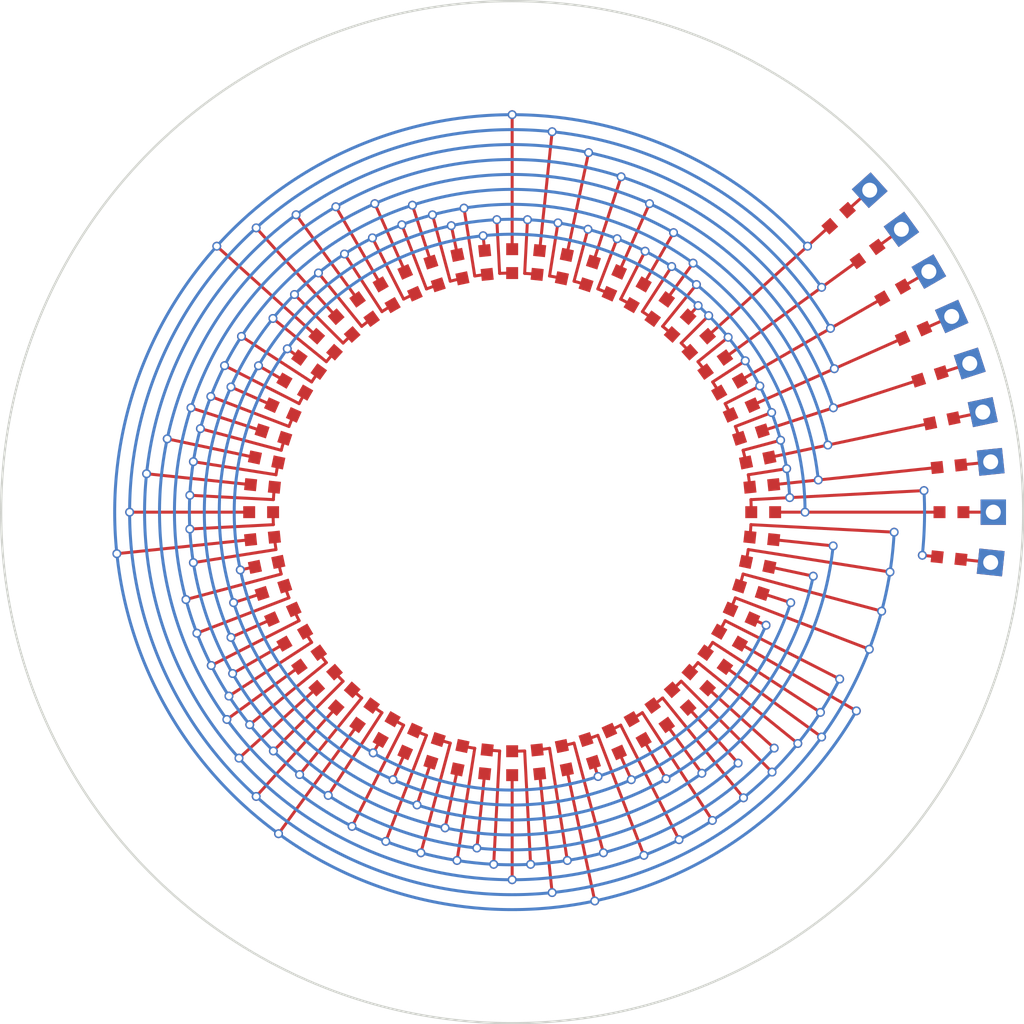
<source format=kicad_pcb>
(kicad_pcb (version 4) (host pcbnew 4.0.7-e2-6376~58~ubuntu16.04.1)

  (general
    (links 0)
    (no_connects 0)
    (area 150 100 180 100)
    (thickness 1.6)
    (drawings 2)
    (tracks 0)
    (zones 0)
    (modules 0)
    (nets 1)
  )

  (page A4)
  (layers
    (0 F.Cu signal)
    (31 B.Cu signal)
    (32 B.Adhes user)
    (33 F.Adhes user)
    (34 B.Paste user)
    (35 F.Paste user)
    (36 B.SilkS user)
    (37 F.SilkS user)
    (38 B.Mask user)
    (39 F.Mask user)
    (40 Dwgs.User user)
    (41 Cmts.User user)
    (42 Eco1.User user)
    (43 Eco2.User user)
    (44 Edge.Cuts user)
    (45 Margin user)
    (46 B.CrtYd user)
    (47 F.CrtYd user)
    (48 B.Fab user)
    (49 F.Fab user)
  )

  (setup
    (last_trace_width 0.25)
    (trace_clearance 0.2)
    (zone_clearance 0.508)
    (zone_45_only no)
    (trace_min 0.2)
    (segment_width 0.2)
    (edge_width 0.15)
    (via_size 0.6)
    (via_drill 0.4)
    (via_min_size 0.4)
    (via_min_drill 0.3)
    (uvia_size 0.3)
    (uvia_drill 0.1)
    (uvias_allowed no)
    (uvia_min_size 0.2)
    (uvia_min_drill 0.1)
    (pcb_text_width 0.3)
    (pcb_text_size 1.5 1.5)
    (mod_edge_width 0.15)
    (mod_text_size 1 1)
    (mod_text_width 0.15)
    (pad_size 1.524 1.524)
    (pad_drill 0.762)
    (pad_to_mask_clearance 0.2)
    (aux_axis_origin 0 0)
    (visible_elements FFFFFF7F)
    (pcbplotparams
      (layerselection 0x00030_80000001)
      (usegerberextensions false)
      (excludeedgelayer true)
      (linewidth 0.150000)
      (plotframeref false)
      (viasonmask false)
      (mode 1)
      (useauxorigin false)
      (hpglpennumber 1)
      (hpglpenspeed 20)
      (hpglpendiameter 15)
      (hpglpenoverlay 2)
      (psnegative false)
      (psa4output false)
      (plotreference true)
      (plotvalue true)
      (plotinvisibletext false)
      (padsonsilk false)
      (subtractmaskfromsilk false)
      (outputformat 1)
      (mirror false)
      (drillshape 1)
      (scaleselection 1)
      (outputdirectory ""))
  )

  (net 0 "")

  (net_class Default "This is the default net class."
    (clearance 0.2)
    (trace_width 0.25)
    (via_dia 0.6)
    (via_drill 0.4)
    (uvia_dia 0.3)
    (uvia_drill 0.1)
  )

  (gr_line (start    159.000    100.000) (end    180.000    100.000) (angle   0.0) (layer F.Fab) (width 0.05))
  (gr_text " 0 0.0" (at    182.000    100.000   0.0) (layer F.Fab)(effects (font (size 0.5 0.5) (thickness 0.1))) )
  (gr_line (start    158.988     99.529) (end    179.959     98.430) (angle   3.0) (layer F.Fab) (width 0.05))
  (gr_text " 1 3.0" (at    181.956     98.325   3.0) (layer F.Fab)(effects (font (size 0.5 0.5) (thickness 0.1))) )
  (gr_line (start    158.951     99.059) (end    179.836     96.864) (angle   6.0) (layer F.Fab) (width 0.05))
  (gr_text " 2 6.0" (at    181.825     96.655   6.0) (layer F.Fab)(effects (font (size 0.5 0.5) (thickness 0.1))) )
  (gr_line (start    158.889     98.592) (end    179.631     95.307) (angle   9.0) (layer F.Fab) (width 0.05))
  (gr_text " 3 9.0" (at    181.606     94.994   9.0) (layer F.Fab)(effects (font (size 0.5 0.5) (thickness 0.1))) )
  (gr_line (start    158.803     98.129) (end    179.344     93.763) (angle  12.0) (layer F.Fab) (width 0.05))
  (gr_text " 4 12.0" (at    181.301     93.347  12.0) (layer F.Fab)(effects (font (size 0.5 0.5) (thickness 0.1))) )
  (gr_line (start    158.693     97.671) (end    178.978     92.235) (angle  15.0) (layer F.Fab) (width 0.05))
  (gr_text " 5 15.0" (at    180.910     91.718  15.0) (layer F.Fab)(effects (font (size 0.5 0.5) (thickness 0.1))) )
  (gr_line (start    158.560     97.219) (end    178.532     90.729) (angle  18.0) (layer F.Fab) (width 0.05))
  (gr_text " 6 18.0" (at    180.434     90.111  18.0) (layer F.Fab)(effects (font (size 0.5 0.5) (thickness 0.1))) )
  (gr_line (start    158.402     96.775) (end    178.007     89.249) (angle  21.0) (layer F.Fab) (width 0.05))
  (gr_text " 7 21.0" (at    179.875     88.532  21.0) (layer F.Fab)(effects (font (size 0.5 0.5) (thickness 0.1))) )
  (gr_line (start    158.222     96.339) (end    177.406     87.798) (angle  24.0) (layer F.Fab) (width 0.05))
  (gr_text " 8 24.0" (at    179.233     86.984  24.0) (layer F.Fab)(effects (font (size 0.5 0.5) (thickness 0.1))) )
  (gr_line (start    158.019     95.914) (end    176.730     86.380) (angle  27.0) (layer F.Fab) (width 0.05))
  (gr_text " 9 27.0" (at    178.512     85.472  27.0) (layer F.Fab)(effects (font (size 0.5 0.5) (thickness 0.1))) )
  (gr_line (start    157.794     95.500) (end    175.981     85.000) (angle  30.0) (layer F.Fab) (width 0.05))
  (gr_text " 10 30.0" (at    177.713     84.000  30.0) (layer F.Fab)(effects (font (size 0.5 0.5) (thickness 0.1))) )
  (gr_line (start    157.548     95.098) (end    175.160     83.661) (angle  33.0) (layer F.Fab) (width 0.05))
  (gr_text " 11 33.0" (at    176.837     82.572  33.0) (layer F.Fab)(effects (font (size 0.5 0.5) (thickness 0.1))) )
  (gr_line (start    157.281     94.710) (end    174.271     82.366) (angle  36.0) (layer F.Fab) (width 0.05))
  (gr_text " 12 36.0" (at    175.889     81.191  36.0) (layer F.Fab)(effects (font (size 0.5 0.5) (thickness 0.1))) )
  (gr_line (start    156.994     94.336) (end    173.314     81.120) (angle  39.0) (layer F.Fab) (width 0.05))
  (gr_text " 13 39.0" (at    174.869     79.862  39.0) (layer F.Fab)(effects (font (size 0.5 0.5) (thickness 0.1))) )
  (gr_line (start    156.688     93.978) (end    172.294     79.926) (angle  42.0) (layer F.Fab) (width 0.05))
  (gr_text " 14 42.0" (at    173.781     78.588  42.0) (layer F.Fab)(effects (font (size 0.5 0.5) (thickness 0.1))) )
  (gr_line (start    156.364     93.636) (end    171.213     78.787) (angle  45.0) (layer F.Fab) (width 0.05))
  (gr_text " 15 45.0" (at    172.627     77.373  45.0) (layer F.Fab)(effects (font (size 0.5 0.5) (thickness 0.1))) )
  (gr_line (start    156.022     93.312) (end    170.074     77.706) (angle  48.0) (layer F.Fab) (width 0.05))
  (gr_text " 16 48.0" (at    171.412     76.219  48.0) (layer F.Fab)(effects (font (size 0.5 0.5) (thickness 0.1))) )
  (gr_line (start    155.664     93.006) (end    168.880     76.686) (angle  51.0) (layer F.Fab) (width 0.05))
  (gr_text " 17 51.0" (at    170.138     75.131  51.0) (layer F.Fab)(effects (font (size 0.5 0.5) (thickness 0.1))) )
  (gr_line (start    155.290     92.719) (end    167.634     75.729) (angle  54.0) (layer F.Fab) (width 0.05))
  (gr_text " 18 54.0" (at    168.809     74.111  54.0) (layer F.Fab)(effects (font (size 0.5 0.5) (thickness 0.1))) )
  (gr_line (start    154.902     92.452) (end    166.339     74.840) (angle  57.0) (layer F.Fab) (width 0.05))
  (gr_text " 19 57.0" (at    167.428     73.163  57.0) (layer F.Fab)(effects (font (size 0.5 0.5) (thickness 0.1))) )
  (gr_line (start    154.500     92.206) (end    165.000     74.019) (angle  60.0) (layer F.Fab) (width 0.05))
  (gr_text " 20 60.0" (at    166.000     72.287  60.0) (layer F.Fab)(effects (font (size 0.5 0.5) (thickness 0.1))) )
  (gr_line (start    154.086     91.981) (end    163.620     73.270) (angle  63.0) (layer F.Fab) (width 0.05))
  (gr_text " 21 63.0" (at    164.528     71.488  63.0) (layer F.Fab)(effects (font (size 0.5 0.5) (thickness 0.1))) )
  (gr_line (start    153.661     91.778) (end    162.202     72.594) (angle  66.0) (layer F.Fab) (width 0.05))
  (gr_text " 22 66.0" (at    163.016     70.767  66.0) (layer F.Fab)(effects (font (size 0.5 0.5) (thickness 0.1))) )
  (gr_line (start    153.225     91.598) (end    160.751     71.993) (angle  69.0) (layer F.Fab) (width 0.05))
  (gr_text " 23 69.0" (at    161.468     70.125  69.0) (layer F.Fab)(effects (font (size 0.5 0.5) (thickness 0.1))) )
  (gr_line (start    152.781     91.440) (end    159.271     71.468) (angle  72.0) (layer F.Fab) (width 0.05))
  (gr_text " 24 72.0" (at    159.889     69.566  72.0) (layer F.Fab)(effects (font (size 0.5 0.5) (thickness 0.1))) )
  (gr_line (start    152.329     91.307) (end    157.765     71.022) (angle  75.0) (layer F.Fab) (width 0.05))
  (gr_text " 25 75.0" (at    158.282     69.090  75.0) (layer F.Fab)(effects (font (size 0.5 0.5) (thickness 0.1))) )
  (gr_line (start    151.871     91.197) (end    156.237     70.656) (angle  78.0) (layer F.Fab) (width 0.05))
  (gr_text " 26 78.0" (at    156.653     68.699  78.0) (layer F.Fab)(effects (font (size 0.5 0.5) (thickness 0.1))) )
  (gr_line (start    151.408     91.111) (end    154.693     70.369) (angle  81.0) (layer F.Fab) (width 0.05))
  (gr_text " 27 81.0" (at    155.006     68.394  81.0) (layer F.Fab)(effects (font (size 0.5 0.5) (thickness 0.1))) )
  (gr_line (start    150.941     91.049) (end    153.136     70.164) (angle  84.0) (layer F.Fab) (width 0.05))
  (gr_text " 28 84.0" (at    153.345     68.175  84.0) (layer F.Fab)(effects (font (size 0.5 0.5) (thickness 0.1))) )
  (gr_line (start    150.471     91.012) (end    151.570     70.041) (angle  87.0) (layer F.Fab) (width 0.05))
  (gr_text " 29 87.0" (at    151.675     68.044  87.0) (layer F.Fab)(effects (font (size 0.5 0.5) (thickness 0.1))) )
  (gr_line (start    150.000     91.000) (end    150.000     70.000) (angle  90.0) (layer F.Fab) (width 0.05))
  (gr_text " 30 90.0" (at    150.000     68.000  90.0) (layer F.Fab)(effects (font (size 0.5 0.5) (thickness 0.1))) )
  (gr_line (start    149.529     91.012) (end    148.430     70.041) (angle  93.0) (layer F.Fab) (width 0.05))
  (gr_text " 31 93.0" (at    148.325     68.044  93.0) (layer F.Fab)(effects (font (size 0.5 0.5) (thickness 0.1))) )
  (gr_line (start    149.059     91.049) (end    146.864     70.164) (angle  96.0) (layer F.Fab) (width 0.05))
  (gr_text " 32 96.0" (at    146.655     68.175  96.0) (layer F.Fab)(effects (font (size 0.5 0.5) (thickness 0.1))) )
  (gr_line (start    148.592     91.111) (end    145.307     70.369) (angle  99.0) (layer F.Fab) (width 0.05))
  (gr_text " 33 99.0" (at    144.994     68.394  99.0) (layer F.Fab)(effects (font (size 0.5 0.5) (thickness 0.1))) )
  (gr_line (start    148.129     91.197) (end    143.763     70.656) (angle 102.0) (layer F.Fab) (width 0.05))
  (gr_text " 34 102.0" (at    143.347     68.699 102.0) (layer F.Fab)(effects (font (size 0.5 0.5) (thickness 0.1))) )
  (gr_line (start    147.671     91.307) (end    142.235     71.022) (angle 105.0) (layer F.Fab) (width 0.05))
  (gr_text " 35 105.0" (at    141.718     69.090 105.0) (layer F.Fab)(effects (font (size 0.5 0.5) (thickness 0.1))) )
  (gr_line (start    147.219     91.440) (end    140.729     71.468) (angle 108.0) (layer F.Fab) (width 0.05))
  (gr_text " 36 108.0" (at    140.111     69.566 108.0) (layer F.Fab)(effects (font (size 0.5 0.5) (thickness 0.1))) )
  (gr_line (start    146.775     91.598) (end    139.249     71.993) (angle 111.0) (layer F.Fab) (width 0.05))
  (gr_text " 37 111.0" (at    138.532     70.125 111.0) (layer F.Fab)(effects (font (size 0.5 0.5) (thickness 0.1))) )
  (gr_line (start    146.339     91.778) (end    137.798     72.594) (angle 114.0) (layer F.Fab) (width 0.05))
  (gr_text " 38 114.0" (at    136.984     70.767 114.0) (layer F.Fab)(effects (font (size 0.5 0.5) (thickness 0.1))) )
  (gr_line (start    145.914     91.981) (end    136.380     73.270) (angle 117.0) (layer F.Fab) (width 0.05))
  (gr_text " 39 117.0" (at    135.472     71.488 117.0) (layer F.Fab)(effects (font (size 0.5 0.5) (thickness 0.1))) )
  (gr_line (start    145.500     92.206) (end    135.000     74.019) (angle 120.0) (layer F.Fab) (width 0.05))
  (gr_text " 40 120.0" (at    134.000     72.287 120.0) (layer F.Fab)(effects (font (size 0.5 0.5) (thickness 0.1))) )
  (gr_line (start    145.098     92.452) (end    133.661     74.840) (angle 123.0) (layer F.Fab) (width 0.05))
  (gr_text " 41 123.0" (at    132.572     73.163 123.0) (layer F.Fab)(effects (font (size 0.5 0.5) (thickness 0.1))) )
  (gr_line (start    144.710     92.719) (end    132.366     75.729) (angle 126.0) (layer F.Fab) (width 0.05))
  (gr_text " 42 126.0" (at    131.191     74.111 126.0) (layer F.Fab)(effects (font (size 0.5 0.5) (thickness 0.1))) )
  (gr_line (start    144.336     93.006) (end    131.120     76.686) (angle 129.0) (layer F.Fab) (width 0.05))
  (gr_text " 43 129.0" (at    129.862     75.131 129.0) (layer F.Fab)(effects (font (size 0.5 0.5) (thickness 0.1))) )
  (gr_line (start    143.978     93.312) (end    129.926     77.706) (angle 132.0) (layer F.Fab) (width 0.05))
  (gr_text " 44 132.0" (at    128.588     76.219 132.0) (layer F.Fab)(effects (font (size 0.5 0.5) (thickness 0.1))) )
  (gr_line (start    143.636     93.636) (end    128.787     78.787) (angle 135.0) (layer F.Fab) (width 0.05))
  (gr_text " 45 135.0" (at    127.373     77.373 135.0) (layer F.Fab)(effects (font (size 0.5 0.5) (thickness 0.1))) )
  (gr_line (start    143.312     93.978) (end    127.706     79.926) (angle 138.0) (layer F.Fab) (width 0.05))
  (gr_text " 46 138.0" (at    126.219     78.588 138.0) (layer F.Fab)(effects (font (size 0.5 0.5) (thickness 0.1))) )
  (gr_line (start    143.006     94.336) (end    126.686     81.120) (angle 141.0) (layer F.Fab) (width 0.05))
  (gr_text " 47 141.0" (at    125.131     79.862 141.0) (layer F.Fab)(effects (font (size 0.5 0.5) (thickness 0.1))) )
  (gr_line (start    142.719     94.710) (end    125.729     82.366) (angle 144.0) (layer F.Fab) (width 0.05))
  (gr_text " 48 144.0" (at    124.111     81.191 144.0) (layer F.Fab)(effects (font (size 0.5 0.5) (thickness 0.1))) )
  (gr_line (start    142.452     95.098) (end    124.840     83.661) (angle 147.0) (layer F.Fab) (width 0.05))
  (gr_text " 49 147.0" (at    123.163     82.572 147.0) (layer F.Fab)(effects (font (size 0.5 0.5) (thickness 0.1))) )
  (gr_line (start    142.206     95.500) (end    124.019     85.000) (angle 150.0) (layer F.Fab) (width 0.05))
  (gr_text " 50 150.0" (at    122.287     84.000 150.0) (layer F.Fab)(effects (font (size 0.5 0.5) (thickness 0.1))) )
  (gr_line (start    141.981     95.914) (end    123.270     86.380) (angle 153.0) (layer F.Fab) (width 0.05))
  (gr_text " 51 153.0" (at    121.488     85.472 153.0) (layer F.Fab)(effects (font (size 0.5 0.5) (thickness 0.1))) )
  (gr_line (start    141.778     96.339) (end    122.594     87.798) (angle 156.0) (layer F.Fab) (width 0.05))
  (gr_text " 52 156.0" (at    120.767     86.984 156.0) (layer F.Fab)(effects (font (size 0.5 0.5) (thickness 0.1))) )
  (gr_line (start    141.598     96.775) (end    121.993     89.249) (angle 159.0) (layer F.Fab) (width 0.05))
  (gr_text " 53 159.0" (at    120.125     88.532 159.0) (layer F.Fab)(effects (font (size 0.5 0.5) (thickness 0.1))) )
  (gr_line (start    141.440     97.219) (end    121.468     90.729) (angle 162.0) (layer F.Fab) (width 0.05))
  (gr_text " 54 162.0" (at    119.566     90.111 162.0) (layer F.Fab)(effects (font (size 0.5 0.5) (thickness 0.1))) )
  (gr_line (start    141.307     97.671) (end    121.022     92.235) (angle 165.0) (layer F.Fab) (width 0.05))
  (gr_text " 55 165.0" (at    119.090     91.718 165.0) (layer F.Fab)(effects (font (size 0.5 0.5) (thickness 0.1))) )
  (gr_line (start    141.197     98.129) (end    120.656     93.763) (angle 168.0) (layer F.Fab) (width 0.05))
  (gr_text " 56 168.0" (at    118.699     93.347 168.0) (layer F.Fab)(effects (font (size 0.5 0.5) (thickness 0.1))) )
  (gr_line (start    141.111     98.592) (end    120.369     95.307) (angle 171.0) (layer F.Fab) (width 0.05))
  (gr_text " 57 171.0" (at    118.394     94.994 171.0) (layer F.Fab)(effects (font (size 0.5 0.5) (thickness 0.1))) )
  (gr_line (start    141.049     99.059) (end    120.164     96.864) (angle 174.0) (layer F.Fab) (width 0.05))
  (gr_text " 58 174.0" (at    118.175     96.655 174.0) (layer F.Fab)(effects (font (size 0.5 0.5) (thickness 0.1))) )
  (gr_line (start    141.012     99.529) (end    120.041     98.430) (angle 177.0) (layer F.Fab) (width 0.05))
  (gr_text " 59 177.0" (at    118.044     98.325 177.0) (layer F.Fab)(effects (font (size 0.5 0.5) (thickness 0.1))) )
  (gr_line (start    141.000    100.000) (end    120.000    100.000) (angle 180.0) (layer F.Fab) (width 0.05))
  (gr_text " 60 180.0" (at    118.000    100.000 180.0) (layer F.Fab)(effects (font (size 0.5 0.5) (thickness 0.1))) )
  (gr_line (start    141.012    100.471) (end    120.041    101.570) (angle 183.0) (layer F.Fab) (width 0.05))
  (gr_text " 61 183.0" (at    118.044    101.675 183.0) (layer F.Fab)(effects (font (size 0.5 0.5) (thickness 0.1))) )
  (gr_line (start    141.049    100.941) (end    120.164    103.136) (angle 186.0) (layer F.Fab) (width 0.05))
  (gr_text " 62 186.0" (at    118.175    103.345 186.0) (layer F.Fab)(effects (font (size 0.5 0.5) (thickness 0.1))) )
  (gr_line (start    141.111    101.408) (end    120.369    104.693) (angle 189.0) (layer F.Fab) (width 0.05))
  (gr_text " 63 189.0" (at    118.394    105.006 189.0) (layer F.Fab)(effects (font (size 0.5 0.5) (thickness 0.1))) )
  (gr_line (start    141.197    101.871) (end    120.656    106.237) (angle 192.0) (layer F.Fab) (width 0.05))
  (gr_text " 64 192.0" (at    118.699    106.653 192.0) (layer F.Fab)(effects (font (size 0.5 0.5) (thickness 0.1))) )
  (gr_line (start    141.307    102.329) (end    121.022    107.765) (angle 195.0) (layer F.Fab) (width 0.05))
  (gr_text " 65 195.0" (at    119.090    108.282 195.0) (layer F.Fab)(effects (font (size 0.5 0.5) (thickness 0.1))) )
  (gr_line (start    141.440    102.781) (end    121.468    109.271) (angle 198.0) (layer F.Fab) (width 0.05))
  (gr_text " 66 198.0" (at    119.566    109.889 198.0) (layer F.Fab)(effects (font (size 0.5 0.5) (thickness 0.1))) )
  (gr_line (start    141.598    103.225) (end    121.993    110.751) (angle 201.0) (layer F.Fab) (width 0.05))
  (gr_text " 67 201.0" (at    120.125    111.468 201.0) (layer F.Fab)(effects (font (size 0.5 0.5) (thickness 0.1))) )
  (gr_line (start    141.778    103.661) (end    122.594    112.202) (angle 204.0) (layer F.Fab) (width 0.05))
  (gr_text " 68 204.0" (at    120.767    113.016 204.0) (layer F.Fab)(effects (font (size 0.5 0.5) (thickness 0.1))) )
  (gr_line (start    141.981    104.086) (end    123.270    113.620) (angle 207.0) (layer F.Fab) (width 0.05))
  (gr_text " 69 207.0" (at    121.488    114.528 207.0) (layer F.Fab)(effects (font (size 0.5 0.5) (thickness 0.1))) )
  (gr_line (start    142.206    104.500) (end    124.019    115.000) (angle 210.0) (layer F.Fab) (width 0.05))
  (gr_text " 70 210.0" (at    122.287    116.000 210.0) (layer F.Fab)(effects (font (size 0.5 0.5) (thickness 0.1))) )
  (gr_line (start    142.452    104.902) (end    124.840    116.339) (angle 213.0) (layer F.Fab) (width 0.05))
  (gr_text " 71 213.0" (at    123.163    117.428 213.0) (layer F.Fab)(effects (font (size 0.5 0.5) (thickness 0.1))) )
  (gr_line (start    142.719    105.290) (end    125.729    117.634) (angle 216.0) (layer F.Fab) (width 0.05))
  (gr_text " 72 216.0" (at    124.111    118.809 216.0) (layer F.Fab)(effects (font (size 0.5 0.5) (thickness 0.1))) )
  (gr_line (start    143.006    105.664) (end    126.686    118.880) (angle 219.0) (layer F.Fab) (width 0.05))
  (gr_text " 73 219.0" (at    125.131    120.138 219.0) (layer F.Fab)(effects (font (size 0.5 0.5) (thickness 0.1))) )
  (gr_line (start    143.312    106.022) (end    127.706    120.074) (angle 222.0) (layer F.Fab) (width 0.05))
  (gr_text " 74 222.0" (at    126.219    121.412 222.0) (layer F.Fab)(effects (font (size 0.5 0.5) (thickness 0.1))) )
  (gr_line (start    143.636    106.364) (end    128.787    121.213) (angle 225.0) (layer F.Fab) (width 0.05))
  (gr_text " 75 225.0" (at    127.373    122.627 225.0) (layer F.Fab)(effects (font (size 0.5 0.5) (thickness 0.1))) )
  (gr_line (start    143.978    106.688) (end    129.926    122.294) (angle 228.0) (layer F.Fab) (width 0.05))
  (gr_text " 76 228.0" (at    128.588    123.781 228.0) (layer F.Fab)(effects (font (size 0.5 0.5) (thickness 0.1))) )
  (gr_line (start    144.336    106.994) (end    131.120    123.314) (angle 231.0) (layer F.Fab) (width 0.05))
  (gr_text " 77 231.0" (at    129.862    124.869 231.0) (layer F.Fab)(effects (font (size 0.5 0.5) (thickness 0.1))) )
  (gr_line (start    144.710    107.281) (end    132.366    124.271) (angle 234.0) (layer F.Fab) (width 0.05))
  (gr_text " 78 234.0" (at    131.191    125.889 234.0) (layer F.Fab)(effects (font (size 0.5 0.5) (thickness 0.1))) )
  (gr_line (start    145.098    107.548) (end    133.661    125.160) (angle 237.0) (layer F.Fab) (width 0.05))
  (gr_text " 79 237.0" (at    132.572    126.837 237.0) (layer F.Fab)(effects (font (size 0.5 0.5) (thickness 0.1))) )
  (gr_line (start    145.500    107.794) (end    135.000    125.981) (angle 240.0) (layer F.Fab) (width 0.05))
  (gr_text " 80 240.0" (at    134.000    127.713 240.0) (layer F.Fab)(effects (font (size 0.5 0.5) (thickness 0.1))) )
  (gr_line (start    145.914    108.019) (end    136.380    126.730) (angle 243.0) (layer F.Fab) (width 0.05))
  (gr_text " 81 243.0" (at    135.472    128.512 243.0) (layer F.Fab)(effects (font (size 0.5 0.5) (thickness 0.1))) )
  (gr_line (start    146.339    108.222) (end    137.798    127.406) (angle 246.0) (layer F.Fab) (width 0.05))
  (gr_text " 82 246.0" (at    136.984    129.233 246.0) (layer F.Fab)(effects (font (size 0.5 0.5) (thickness 0.1))) )
  (gr_line (start    146.775    108.402) (end    139.249    128.007) (angle 249.0) (layer F.Fab) (width 0.05))
  (gr_text " 83 249.0" (at    138.532    129.875 249.0) (layer F.Fab)(effects (font (size 0.5 0.5) (thickness 0.1))) )
  (gr_line (start    147.219    108.560) (end    140.729    128.532) (angle 252.0) (layer F.Fab) (width 0.05))
  (gr_text " 84 252.0" (at    140.111    130.434 252.0) (layer F.Fab)(effects (font (size 0.5 0.5) (thickness 0.1))) )
  (gr_line (start    147.671    108.693) (end    142.235    128.978) (angle 255.0) (layer F.Fab) (width 0.05))
  (gr_text " 85 255.0" (at    141.718    130.910 255.0) (layer F.Fab)(effects (font (size 0.5 0.5) (thickness 0.1))) )
  (gr_line (start    148.129    108.803) (end    143.763    129.344) (angle 258.0) (layer F.Fab) (width 0.05))
  (gr_text " 86 258.0" (at    143.347    131.301 258.0) (layer F.Fab)(effects (font (size 0.5 0.5) (thickness 0.1))) )
  (gr_line (start    148.592    108.889) (end    145.307    129.631) (angle 261.0) (layer F.Fab) (width 0.05))
  (gr_text " 87 261.0" (at    144.994    131.606 261.0) (layer F.Fab)(effects (font (size 0.5 0.5) (thickness 0.1))) )
  (gr_line (start    149.059    108.951) (end    146.864    129.836) (angle 264.0) (layer F.Fab) (width 0.05))
  (gr_text " 88 264.0" (at    146.655    131.825 264.0) (layer F.Fab)(effects (font (size 0.5 0.5) (thickness 0.1))) )
  (gr_line (start    149.529    108.988) (end    148.430    129.959) (angle 267.0) (layer F.Fab) (width 0.05))
  (gr_text " 89 267.0" (at    148.325    131.956 267.0) (layer F.Fab)(effects (font (size 0.5 0.5) (thickness 0.1))) )
  (gr_line (start    150.000    109.000) (end    150.000    130.000) (angle 270.0) (layer F.Fab) (width 0.05))
  (gr_text " 90 270.0" (at    150.000    132.000 270.0) (layer F.Fab)(effects (font (size 0.5 0.5) (thickness 0.1))) )
  (gr_line (start    150.471    108.988) (end    151.570    129.959) (angle 273.0) (layer F.Fab) (width 0.05))
  (gr_text " 91 273.0" (at    151.675    131.956 273.0) (layer F.Fab)(effects (font (size 0.5 0.5) (thickness 0.1))) )
  (gr_line (start    150.941    108.951) (end    153.136    129.836) (angle 276.0) (layer F.Fab) (width 0.05))
  (gr_text " 92 276.0" (at    153.345    131.825 276.0) (layer F.Fab)(effects (font (size 0.5 0.5) (thickness 0.1))) )
  (gr_line (start    151.408    108.889) (end    154.693    129.631) (angle 279.0) (layer F.Fab) (width 0.05))
  (gr_text " 93 279.0" (at    155.006    131.606 279.0) (layer F.Fab)(effects (font (size 0.5 0.5) (thickness 0.1))) )
  (gr_line (start    151.871    108.803) (end    156.237    129.344) (angle 282.0) (layer F.Fab) (width 0.05))
  (gr_text " 94 282.0" (at    156.653    131.301 282.0) (layer F.Fab)(effects (font (size 0.5 0.5) (thickness 0.1))) )
  (gr_line (start    152.329    108.693) (end    157.765    128.978) (angle 285.0) (layer F.Fab) (width 0.05))
  (gr_text " 95 285.0" (at    158.282    130.910 285.0) (layer F.Fab)(effects (font (size 0.5 0.5) (thickness 0.1))) )
  (gr_line (start    152.781    108.560) (end    159.271    128.532) (angle 288.0) (layer F.Fab) (width 0.05))
  (gr_text " 96 288.0" (at    159.889    130.434 288.0) (layer F.Fab)(effects (font (size 0.5 0.5) (thickness 0.1))) )
  (gr_line (start    153.225    108.402) (end    160.751    128.007) (angle 291.0) (layer F.Fab) (width 0.05))
  (gr_text " 97 291.0" (at    161.468    129.875 291.0) (layer F.Fab)(effects (font (size 0.5 0.5) (thickness 0.1))) )
  (gr_line (start    153.661    108.222) (end    162.202    127.406) (angle 294.0) (layer F.Fab) (width 0.05))
  (gr_text " 98 294.0" (at    163.016    129.233 294.0) (layer F.Fab)(effects (font (size 0.5 0.5) (thickness 0.1))) )
  (gr_line (start    154.086    108.019) (end    163.620    126.730) (angle 297.0) (layer F.Fab) (width 0.05))
  (gr_text " 99 297.0" (at    164.528    128.512 297.0) (layer F.Fab)(effects (font (size 0.5 0.5) (thickness 0.1))) )
  (gr_line (start    154.500    107.794) (end    165.000    125.981) (angle 300.0) (layer F.Fab) (width 0.05))
  (gr_text " 100 300.0" (at    166.000    127.713 300.0) (layer F.Fab)(effects (font (size 0.5 0.5) (thickness 0.1))) )
  (gr_line (start    154.902    107.548) (end    166.339    125.160) (angle 303.0) (layer F.Fab) (width 0.05))
  (gr_text " 101 303.0" (at    167.428    126.837 303.0) (layer F.Fab)(effects (font (size 0.5 0.5) (thickness 0.1))) )
  (gr_line (start    155.290    107.281) (end    167.634    124.271) (angle 306.0) (layer F.Fab) (width 0.05))
  (gr_text " 102 306.0" (at    168.809    125.889 306.0) (layer F.Fab)(effects (font (size 0.5 0.5) (thickness 0.1))) )
  (gr_line (start    155.664    106.994) (end    168.880    123.314) (angle 309.0) (layer F.Fab) (width 0.05))
  (gr_text " 103 309.0" (at    170.138    124.869 309.0) (layer F.Fab)(effects (font (size 0.5 0.5) (thickness 0.1))) )
  (gr_line (start    156.022    106.688) (end    170.074    122.294) (angle 312.0) (layer F.Fab) (width 0.05))
  (gr_text " 104 312.0" (at    171.412    123.781 312.0) (layer F.Fab)(effects (font (size 0.5 0.5) (thickness 0.1))) )
  (gr_line (start    156.364    106.364) (end    171.213    121.213) (angle 315.0) (layer F.Fab) (width 0.05))
  (gr_text " 105 315.0" (at    172.627    122.627 315.0) (layer F.Fab)(effects (font (size 0.5 0.5) (thickness 0.1))) )
  (gr_line (start    156.688    106.022) (end    172.294    120.074) (angle 318.0) (layer F.Fab) (width 0.05))
  (gr_text " 106 318.0" (at    173.781    121.412 318.0) (layer F.Fab)(effects (font (size 0.5 0.5) (thickness 0.1))) )
  (gr_line (start    156.994    105.664) (end    173.314    118.880) (angle 321.0) (layer F.Fab) (width 0.05))
  (gr_text " 107 321.0" (at    174.869    120.138 321.0) (layer F.Fab)(effects (font (size 0.5 0.5) (thickness 0.1))) )
  (gr_line (start    157.281    105.290) (end    174.271    117.634) (angle 324.0) (layer F.Fab) (width 0.05))
  (gr_text " 108 324.0" (at    175.889    118.809 324.0) (layer F.Fab)(effects (font (size 0.5 0.5) (thickness 0.1))) )
  (gr_line (start    157.548    104.902) (end    175.160    116.339) (angle 327.0) (layer F.Fab) (width 0.05))
  (gr_text " 109 327.0" (at    176.837    117.428 327.0) (layer F.Fab)(effects (font (size 0.5 0.5) (thickness 0.1))) )
  (gr_line (start    157.794    104.500) (end    175.981    115.000) (angle 330.0) (layer F.Fab) (width 0.05))
  (gr_text " 110 330.0" (at    177.713    116.000 330.0) (layer F.Fab)(effects (font (size 0.5 0.5) (thickness 0.1))) )
  (gr_line (start    158.019    104.086) (end    176.730    113.620) (angle 333.0) (layer F.Fab) (width 0.05))
  (gr_text " 111 333.0" (at    178.512    114.528 333.0) (layer F.Fab)(effects (font (size 0.5 0.5) (thickness 0.1))) )
  (gr_line (start    158.222    103.661) (end    177.406    112.202) (angle 336.0) (layer F.Fab) (width 0.05))
  (gr_text " 112 336.0" (at    179.233    113.016 336.0) (layer F.Fab)(effects (font (size 0.5 0.5) (thickness 0.1))) )
  (gr_line (start    158.402    103.225) (end    178.007    110.751) (angle 339.0) (layer F.Fab) (width 0.05))
  (gr_text " 113 339.0" (at    179.875    111.468 339.0) (layer F.Fab)(effects (font (size 0.5 0.5) (thickness 0.1))) )
  (gr_line (start    158.560    102.781) (end    178.532    109.271) (angle 342.0) (layer F.Fab) (width 0.05))
  (gr_text " 114 342.0" (at    180.434    109.889 342.0) (layer F.Fab)(effects (font (size 0.5 0.5) (thickness 0.1))) )
  (gr_line (start    158.693    102.329) (end    178.978    107.765) (angle 345.0) (layer F.Fab) (width 0.05))
  (gr_text " 115 345.0" (at    180.910    108.282 345.0) (layer F.Fab)(effects (font (size 0.5 0.5) (thickness 0.1))) )
  (gr_line (start    158.803    101.871) (end    179.344    106.237) (angle 348.0) (layer F.Fab) (width 0.05))
  (gr_text " 116 348.0" (at    181.301    106.653 348.0) (layer F.Fab)(effects (font (size 0.5 0.5) (thickness 0.1))) )
  (gr_line (start    158.889    101.408) (end    179.631    104.693) (angle 351.0) (layer F.Fab) (width 0.05))
  (gr_text " 117 351.0" (at    181.606    105.006 351.0) (layer F.Fab)(effects (font (size 0.5 0.5) (thickness 0.1))) )
  (gr_line (start    158.951    100.941) (end    179.836    103.136) (angle 354.0) (layer F.Fab) (width 0.05))
  (gr_text " 118 354.0" (at    181.825    103.345 354.0) (layer F.Fab)(effects (font (size 0.5 0.5) (thickness 0.1))) )
  (gr_line (start    158.988    100.471) (end    179.959    101.570) (angle 357.0) (layer F.Fab) (width 0.05))
  (gr_text " 119 357.0" (at    181.956    101.675 357.0) (layer F.Fab)(effects (font (size 0.5 0.5) (thickness 0.1))) )
  (module min:hand (layer F.Cu) (tedit 57FE93A5) (tstamp 5AA34834) 
    (at 150 100   0.0)
    (fp_text reference 0 (at     16.000 1 0.0) (layer F.Fab)(effects (font (size 0.5 0.5) (thickness 0.05))))
    (fp_text value     1 (at     17.600 1 0.0) (layer F.Fab)(effects (font (size 0.5 0.5) (thickness 0.05))))
    (descr "0603")
    (attr smd)
    (pad 1 smd rect (at  16.0 0   0.0) (size 0.8 0.8) (layers F.Cu F.Paste F.Mask))
    (pad 2 smd rect (at  17.6 0   0.0) (size 0.8 0.8) (layers F.Cu F.Paste F.Mask))
  )
  (segment (start    167.600    100.000) (end    169.600    100.000) (width 0.2) (layer F.Cu) (net 0))
  (via (at    169.600    100.000) (size 0.6) (drill 0.4) (layers F.Cu B.Cu) (net 0))
  (segment (start    178.600    100.000) (end    169.600    100.000) (width 0.2) (layer F.Cu) (net 0))
  (module resi:stor (layer F.Cu) (tedit 57FE93A5) (tstamp 5AA34834) 
    (at 150 100   0.0)
    (fp_text reference x (at     28.600 0 0.0) (layer F.Fab)(effects (font (size 0.5 0.5) (thickness 0.05))))
    (fp_text value     x (at     30.200 0 0.0) (layer F.Fab)(effects (font (size 0.5 0.5) (thickness 0.05))))
    (descr "0603")
    (attr smd)
    (pad 1 smd rect (at  28.6 0   0.0) (size 0.8 0.8) (layers F.Cu F.Paste F.Mask))
    (pad 2 smd rect (at  30.2 0   0.0) (size 0.8 0.8) (layers F.Cu F.Paste F.Mask))
  )
  (segment (start    180.200    100.000) (end    182.200    100.000) (width 0.2) (layer F.Cu) (net 0))
  (module pin:hole (layer F.Cu) (tedit 59650532) (tstamp 5AA6FE27)
    (at    182.200    100.000)
    (descr "pinhole")
    (tags "hole")
    (fp_text reference x (at 0 0) (layer F.Fab) (effects (font (size 0.1 0.1) (thickness 0.01))) )
    (fp_text value     x (at 0 0) (layer F.Fab) (effects (font (size 0.1 0.1) (thickness 0.01))) )
    (pad 1 thru_hole rect (at 0 0 0.0)    (size 1.7 1.7) (drill 1) (layers *.Cu *.Mask))
  )
  (segment (start    165.978     99.163) (end    168.575     99.027) (width 0.2) (layer F.Cu) (net 0))
  (via (at    168.575     99.027) (size 0.6) (drill 0.4) (layers F.Cu B.Cu) (net 0))
  (gr_arc (start 150 100) (end    165.978     99.163) (angle      3.000) (layer F.Cu) (width 0.2))
  (segment (start    177.562     98.556) (end    168.575     99.027) (width 0.2) (layer F.Cu) (net 0))
  (via (at    177.562     98.556) (size 0.6) (drill 0.4) (layers F.Cu B.Cu) (net 0))
  (gr_arc (start 150 100) (end    177.562     98.556) (angle      9.000) (layer B.Cu) (width 0.2))
  (via (at    177.449    102.885) (size 0.6) (drill 0.4) (layers F.Cu B.Cu) (net 0))
  (segment (start    177.449    102.885) (end    178.443    102.990) (width 0.2) (layer F.Cu) (net 0))
  (module resi:stor (layer F.Cu) (tedit 57FE93A5) (tstamp 5AA34834) 
    (at 150 100 354.0)
    (fp_text reference x (at     28.600 0 354.0) (layer F.Fab)(effects (font (size 0.5 0.5) (thickness 0.05))))
    (fp_text value     x (at     30.200 0 354.0) (layer F.Fab)(effects (font (size 0.5 0.5) (thickness 0.05))))
    (descr "0603")
    (attr smd)
    (pad 1 smd rect (at  28.6 0 354.0) (size 0.8 0.8) (layers F.Cu F.Paste F.Mask))
    (pad 2 smd rect (at  30.2 0 354.0) (size 0.8 0.8) (layers F.Cu F.Paste F.Mask))
  )
  (segment (start    180.035    103.157) (end    182.024    103.366) (width 0.2) (layer F.Cu) (net 0))
  (module pin:hole (layer F.Cu) (tedit 59650532) (tstamp 5AA6FE27)
    (at    182.024    103.366)
    (descr "pinhole")
    (tags "hole")
    (fp_text reference x (at 0 0) (layer F.Fab) (effects (font (size 0.1 0.1) (thickness 0.01))) )
    (fp_text value     x (at 0 0) (layer F.Fab) (effects (font (size 0.1 0.1) (thickness 0.01))) )
    (pad 0 thru_hole rect (at 0 0 354.0)    (size 1.7 1.7) (drill 1) (layers *.Cu *.Mask))
  )
  (module min:hand (layer F.Cu) (tedit 57FE93A5) (tstamp 5AA34834) 
    (at 150 100   6.0)
    (fp_text reference 0 (at     16.000 1 6.0) (layer F.Fab)(effects (font (size 0.5 0.5) (thickness 0.05))))
    (fp_text value     2 (at     17.600 1 6.0) (layer F.Fab)(effects (font (size 0.5 0.5) (thickness 0.05))))
    (descr "0603")
    (attr smd)
    (pad 1 smd rect (at  16.0 0   6.0) (size 0.8 0.8) (layers F.Cu F.Paste F.Mask))
    (pad 2 smd rect (at  17.6 0   6.0) (size 0.8 0.8) (layers F.Cu F.Paste F.Mask))
  )
  (segment (start    167.504     98.160) (end    170.487     97.847) (width 0.2) (layer F.Cu) (net 0))
  (via (at    170.487     97.847) (size 0.6) (drill 0.4) (layers F.Cu B.Cu) (net 0))
  (segment (start    178.443     97.010) (end    170.487     97.847) (width 0.2) (layer F.Cu) (net 0))
  (module resi:stor (layer F.Cu) (tedit 57FE93A5) (tstamp 5AA34834) 
    (at 150 100   6.0)
    (fp_text reference x (at     28.600 0 6.0) (layer F.Fab)(effects (font (size 0.5 0.5) (thickness 0.05))))
    (fp_text value     x (at     30.200 0 6.0) (layer F.Fab)(effects (font (size 0.5 0.5) (thickness 0.05))))
    (descr "0603")
    (attr smd)
    (pad 1 smd rect (at  28.6 0   6.0) (size 0.8 0.8) (layers F.Cu F.Paste F.Mask))
    (pad 2 smd rect (at  30.2 0   6.0) (size 0.8 0.8) (layers F.Cu F.Paste F.Mask))
  )
  (segment (start    180.035     96.843) (end    182.024     96.634) (width 0.2) (layer F.Cu) (net 0))
  (module pin:hole (layer F.Cu) (tedit 59650532) (tstamp 5AA6FE27)
    (at    182.024     96.634)
    (descr "pinhole")
    (tags "hole")
    (fp_text reference x (at 0 0) (layer F.Fab) (effects (font (size 0.1 0.1) (thickness 0.01))) )
    (fp_text value     x (at 0 0) (layer F.Fab) (effects (font (size 0.1 0.1) (thickness 0.01))) )
    (pad 2 thru_hole rect (at 0 0 6.0)    (size 1.7 1.7) (drill 1) (layers *.Cu *.Mask))
  )
  (segment (start    165.803     97.497) (end    168.371     97.090) (width 0.2) (layer F.Cu) (net 0))
  (via (at    168.371     97.090) (size 0.6) (drill 0.4) (layers F.Cu B.Cu) (net 0))
  (gr_arc (start 150 100) (end    165.803     97.497) (angle      3.000) (layer F.Cu) (width 0.2))
  (module min:hand (layer F.Cu) (tedit 57FE93A5) (tstamp 5AA34834) 
    (at 150 100  12.0)
    (fp_text reference 0 (at     16.000 1 12.0) (layer F.Fab)(effects (font (size 0.5 0.5) (thickness 0.05))))
    (fp_text value     3 (at     17.600 1 12.0) (layer F.Fab)(effects (font (size 0.5 0.5) (thickness 0.05))))
    (descr "0603")
    (attr smd)
    (pad 1 smd rect (at  16.0 0  12.0) (size 0.8 0.8) (layers F.Cu F.Paste F.Mask))
    (pad 2 smd rect (at  17.6 0  12.0) (size 0.8 0.8) (layers F.Cu F.Paste F.Mask))
  )
  (segment (start    167.215     96.341) (end    171.128     95.509) (width 0.2) (layer F.Cu) (net 0))
  (via (at    171.128     95.509) (size 0.6) (drill 0.4) (layers F.Cu B.Cu) (net 0))
  (segment (start    177.975     94.054) (end    171.128     95.509) (width 0.2) (layer F.Cu) (net 0))
  (module resi:stor (layer F.Cu) (tedit 57FE93A5) (tstamp 5AA34834) 
    (at 150 100  12.0)
    (fp_text reference x (at     28.600 0 12.0) (layer F.Fab)(effects (font (size 0.5 0.5) (thickness 0.05))))
    (fp_text value     x (at     30.200 0 12.0) (layer F.Fab)(effects (font (size 0.5 0.5) (thickness 0.05))))
    (descr "0603")
    (attr smd)
    (pad 1 smd rect (at  28.6 0  12.0) (size 0.8 0.8) (layers F.Cu F.Paste F.Mask))
    (pad 2 smd rect (at  30.2 0  12.0) (size 0.8 0.8) (layers F.Cu F.Paste F.Mask))
  )
  (segment (start    179.540     93.721) (end    181.496     93.305) (width 0.2) (layer F.Cu) (net 0))
  (module pin:hole (layer F.Cu) (tedit 59650532) (tstamp 5AA6FE27)
    (at    181.496     93.305)
    (descr "pinhole")
    (tags "hole")
    (fp_text reference x (at 0 0) (layer F.Fab) (effects (font (size 0.1 0.1) (thickness 0.01))) )
    (fp_text value     x (at 0 0) (layer F.Fab) (effects (font (size 0.1 0.1) (thickness 0.01))) )
    (pad 3 thru_hole rect (at 0 0 12.0)    (size 1.7 1.7) (drill 1) (layers *.Cu *.Mask))
  )
  (segment (start    165.455     95.859) (end    167.966     95.186) (width 0.2) (layer F.Cu) (net 0))
  (via (at    167.966     95.186) (size 0.6) (drill 0.4) (layers F.Cu B.Cu) (net 0))
  (gr_arc (start 150 100) (end    165.455     95.859) (angle      3.000) (layer F.Cu) (width 0.2))
  (module min:hand (layer F.Cu) (tedit 57FE93A5) (tstamp 5AA34834) 
    (at 150 100  18.0)
    (fp_text reference 0 (at     16.000 1 18.0) (layer F.Fab)(effects (font (size 0.5 0.5) (thickness 0.05))))
    (fp_text value     4 (at     17.600 1 18.0) (layer F.Fab)(effects (font (size 0.5 0.5) (thickness 0.05))))
    (descr "0603")
    (attr smd)
    (pad 1 smd rect (at  16.0 0  18.0) (size 0.8 0.8) (layers F.Cu F.Paste F.Mask))
    (pad 2 smd rect (at  17.6 0  18.0) (size 0.8 0.8) (layers F.Cu F.Paste F.Mask))
  )
  (segment (start    166.739     94.561) (end    171.494     93.016) (width 0.2) (layer F.Cu) (net 0))
  (via (at    171.494     93.016) (size 0.6) (drill 0.4) (layers F.Cu B.Cu) (net 0))
  (segment (start    177.200     91.162) (end    171.494     93.016) (width 0.2) (layer F.Cu) (net 0))
  (module resi:stor (layer F.Cu) (tedit 57FE93A5) (tstamp 5AA34834) 
    (at 150 100  18.0)
    (fp_text reference x (at     28.600 0 18.0) (layer F.Fab)(effects (font (size 0.5 0.5) (thickness 0.05))))
    (fp_text value     x (at     30.200 0 18.0) (layer F.Fab)(effects (font (size 0.5 0.5) (thickness 0.05))))
    (descr "0603")
    (attr smd)
    (pad 1 smd rect (at  28.6 0  18.0) (size 0.8 0.8) (layers F.Cu F.Paste F.Mask))
    (pad 2 smd rect (at  30.2 0  18.0) (size 0.8 0.8) (layers F.Cu F.Paste F.Mask))
  )
  (segment (start    178.722     90.668) (end    180.624     90.050) (width 0.2) (layer F.Cu) (net 0))
  (module pin:hole (layer F.Cu) (tedit 59650532) (tstamp 5AA6FE27)
    (at    180.624     90.050)
    (descr "pinhole")
    (tags "hole")
    (fp_text reference x (at 0 0) (layer F.Fab) (effects (font (size 0.1 0.1) (thickness 0.01))) )
    (fp_text value     x (at 0 0) (layer F.Fab) (effects (font (size 0.1 0.1) (thickness 0.01))) )
    (pad 4 thru_hole rect (at 0 0 18.0)    (size 1.7 1.7) (drill 1) (layers *.Cu *.Mask))
  )
  (segment (start    164.937     94.266) (end    167.365     93.334) (width 0.2) (layer F.Cu) (net 0))
  (via (at    167.365     93.334) (size 0.6) (drill 0.4) (layers F.Cu B.Cu) (net 0))
  (gr_arc (start 150 100) (end    164.937     94.266) (angle      3.000) (layer F.Cu) (width 0.2))
  (module min:hand (layer F.Cu) (tedit 57FE93A5) (tstamp 5AA34834) 
    (at 150 100  24.0)
    (fp_text reference 0 (at     16.000 1 24.0) (layer F.Fab)(effects (font (size 0.5 0.5) (thickness 0.05))))
    (fp_text value     5 (at     17.600 1 24.0) (layer F.Fab)(effects (font (size 0.5 0.5) (thickness 0.05))))
    (descr "0603")
    (attr smd)
    (pad 1 smd rect (at  16.0 0  24.0) (size 0.8 0.8) (layers F.Cu F.Paste F.Mask))
    (pad 2 smd rect (at  17.6 0  24.0) (size 0.8 0.8) (layers F.Cu F.Paste F.Mask))
  )
  (segment (start    166.078     92.841) (end    171.560     90.401) (width 0.2) (layer F.Cu) (net 0))
  (via (at    171.560     90.401) (size 0.6) (drill 0.4) (layers F.Cu B.Cu) (net 0))
  (segment (start    176.127     88.367) (end    171.560     90.401) (width 0.2) (layer F.Cu) (net 0))
  (module resi:stor (layer F.Cu) (tedit 57FE93A5) (tstamp 5AA34834) 
    (at 150 100  24.0)
    (fp_text reference x (at     28.600 0 24.0) (layer F.Fab)(effects (font (size 0.5 0.5) (thickness 0.05))))
    (fp_text value     x (at     30.200 0 24.0) (layer F.Fab)(effects (font (size 0.5 0.5) (thickness 0.05))))
    (descr "0603")
    (attr smd)
    (pad 1 smd rect (at  28.6 0  24.0) (size 0.8 0.8) (layers F.Cu F.Paste F.Mask))
    (pad 2 smd rect (at  30.2 0  24.0) (size 0.8 0.8) (layers F.Cu F.Paste F.Mask))
  )
  (segment (start    177.589     87.717) (end    179.416     86.903) (width 0.2) (layer F.Cu) (net 0))
  (module pin:hole (layer F.Cu) (tedit 59650532) (tstamp 5AA6FE27)
    (at    179.416     86.903)
    (descr "pinhole")
    (tags "hole")
    (fp_text reference x (at 0 0) (layer F.Fab) (effects (font (size 0.1 0.1) (thickness 0.01))) )
    (fp_text value     x (at 0 0) (layer F.Fab) (effects (font (size 0.1 0.1) (thickness 0.01))) )
    (pad 5 thru_hole rect (at 0 0 24.0)    (size 1.7 1.7) (drill 1) (layers *.Cu *.Mask))
  )
  (segment (start    164.256     92.736) (end    166.573     91.556) (width 0.2) (layer F.Cu) (net 0))
  (via (at    166.573     91.556) (size 0.6) (drill 0.4) (layers F.Cu B.Cu) (net 0))
  (gr_arc (start 150 100) (end    164.256     92.736) (angle      3.000) (layer F.Cu) (width 0.2))
  (module min:hand (layer F.Cu) (tedit 57FE93A5) (tstamp 5AA34834) 
    (at 150 100  30.0)
    (fp_text reference 0 (at     16.000 1 30.0) (layer F.Fab)(effects (font (size 0.5 0.5) (thickness 0.05))))
    (fp_text value     6 (at     17.600 1 30.0) (layer F.Fab)(effects (font (size 0.5 0.5) (thickness 0.05))))
    (descr "0603")
    (attr smd)
    (pad 1 smd rect (at  16.0 0  30.0) (size 0.8 0.8) (layers F.Cu F.Paste F.Mask))
    (pad 2 smd rect (at  17.6 0  30.0) (size 0.8 0.8) (layers F.Cu F.Paste F.Mask))
  )
  (segment (start    165.242     91.200) (end    171.304     87.700) (width 0.2) (layer F.Cu) (net 0))
  (via (at    171.304     87.700) (size 0.6) (drill 0.4) (layers F.Cu B.Cu) (net 0))
  (segment (start    174.768     85.700) (end    171.304     87.700) (width 0.2) (layer F.Cu) (net 0))
  (module resi:stor (layer F.Cu) (tedit 57FE93A5) (tstamp 5AA34834) 
    (at 150 100  30.0)
    (fp_text reference x (at     28.600 0 30.0) (layer F.Fab)(effects (font (size 0.5 0.5) (thickness 0.05))))
    (fp_text value     x (at     30.200 0 30.0) (layer F.Fab)(effects (font (size 0.5 0.5) (thickness 0.05))))
    (descr "0603")
    (attr smd)
    (pad 1 smd rect (at  28.6 0  30.0) (size 0.8 0.8) (layers F.Cu F.Paste F.Mask))
    (pad 2 smd rect (at  30.2 0  30.0) (size 0.8 0.8) (layers F.Cu F.Paste F.Mask))
  )
  (segment (start    176.154     84.900) (end    177.886     83.900) (width 0.2) (layer F.Cu) (net 0))
  (module pin:hole (layer F.Cu) (tedit 59650532) (tstamp 5AA6FE27)
    (at    177.886     83.900)
    (descr "pinhole")
    (tags "hole")
    (fp_text reference x (at 0 0) (layer F.Fab) (effects (font (size 0.1 0.1) (thickness 0.01))) )
    (fp_text value     x (at 0 0) (layer F.Fab) (effects (font (size 0.1 0.1) (thickness 0.01))) )
    (pad 6 thru_hole rect (at 0 0 30.0)    (size 1.7 1.7) (drill 1) (layers *.Cu *.Mask))
  )
  (segment (start    163.419     91.286) (end    165.599     89.870) (width 0.2) (layer F.Cu) (net 0))
  (via (at    165.599     89.870) (size 0.6) (drill 0.4) (layers F.Cu B.Cu) (net 0))
  (gr_arc (start 150 100) (end    163.419     91.286) (angle      3.000) (layer F.Cu) (width 0.2))
  (module min:hand (layer F.Cu) (tedit 57FE93A5) (tstamp 5AA34834) 
    (at 150 100  36.0)
    (fp_text reference 0 (at     16.000 1 36.0) (layer F.Fab)(effects (font (size 0.5 0.5) (thickness 0.05))))
    (fp_text value     7 (at     17.600 1 36.0) (layer F.Fab)(effects (font (size 0.5 0.5) (thickness 0.05))))
    (descr "0603")
    (attr smd)
    (pad 1 smd rect (at  16.0 0  36.0) (size 0.8 0.8) (layers F.Cu F.Paste F.Mask))
    (pad 2 smd rect (at  17.6 0  36.0) (size 0.8 0.8) (layers F.Cu F.Paste F.Mask))
  )
  (segment (start    164.239     89.655) (end    170.711     84.953) (width 0.2) (layer F.Cu) (net 0))
  (via (at    170.711     84.953) (size 0.6) (drill 0.4) (layers F.Cu B.Cu) (net 0))
  (segment (start    173.138     83.189) (end    170.711     84.953) (width 0.2) (layer F.Cu) (net 0))
  (module resi:stor (layer F.Cu) (tedit 57FE93A5) (tstamp 5AA34834) 
    (at 150 100  36.0)
    (fp_text reference x (at     28.600 0 36.0) (layer F.Fab)(effects (font (size 0.5 0.5) (thickness 0.05))))
    (fp_text value     x (at     30.200 0 36.0) (layer F.Fab)(effects (font (size 0.5 0.5) (thickness 0.05))))
    (descr "0603")
    (attr smd)
    (pad 1 smd rect (at  28.6 0  36.0) (size 0.8 0.8) (layers F.Cu F.Paste F.Mask))
    (pad 2 smd rect (at  30.2 0  36.0) (size 0.8 0.8) (layers F.Cu F.Paste F.Mask))
  )
  (segment (start    174.432     82.249) (end    176.050     81.073) (width 0.2) (layer F.Cu) (net 0))
  (module pin:hole (layer F.Cu) (tedit 59650532) (tstamp 5AA6FE27)
    (at    176.050     81.073)
    (descr "pinhole")
    (tags "hole")
    (fp_text reference x (at 0 0) (layer F.Fab) (effects (font (size 0.1 0.1) (thickness 0.01))) )
    (fp_text value     x (at 0 0) (layer F.Fab) (effects (font (size 0.1 0.1) (thickness 0.01))) )
    (pad 7 thru_hole rect (at 0 0 36.0)    (size 1.7 1.7) (drill 1) (layers *.Cu *.Mask))
  )
  (segment (start    162.434     89.931) (end    164.455     88.295) (width 0.2) (layer F.Cu) (net 0))
  (via (at    164.455     88.295) (size 0.6) (drill 0.4) (layers F.Cu B.Cu) (net 0))
  (gr_arc (start 150 100) (end    162.434     89.931) (angle      3.000) (layer F.Cu) (width 0.2))
  (module min:hand (layer F.Cu) (tedit 57FE93A5) (tstamp 5AA34834) 
    (at 150 100  42.0)
    (fp_text reference 0 (at     16.000 1 42.0) (layer F.Fab)(effects (font (size 0.5 0.5) (thickness 0.05))))
    (fp_text value     8 (at     17.600 1 42.0) (layer F.Fab)(effects (font (size 0.5 0.5) (thickness 0.05))))
    (descr "0603")
    (attr smd)
    (pad 1 smd rect (at  16.0 0  42.0) (size 0.8 0.8) (layers F.Cu F.Paste F.Mask))
    (pad 2 smd rect (at  17.6 0  42.0) (size 0.8 0.8) (layers F.Cu F.Paste F.Mask))
  )
  (segment (start    163.079     88.223) (end    169.768     82.201) (width 0.2) (layer F.Cu) (net 0))
  (via (at    169.768     82.201) (size 0.6) (drill 0.4) (layers F.Cu B.Cu) (net 0))
  (segment (start    171.254     80.863) (end    169.768     82.201) (width 0.2) (layer F.Cu) (net 0))
  (module resi:stor (layer F.Cu) (tedit 57FE93A5) (tstamp 5AA34834) 
    (at 150 100  42.0)
    (fp_text reference x (at     28.600 0 42.0) (layer F.Fab)(effects (font (size 0.5 0.5) (thickness 0.05))))
    (fp_text value     x (at     30.200 0 42.0) (layer F.Fab)(effects (font (size 0.5 0.5) (thickness 0.05))))
    (descr "0603")
    (attr smd)
    (pad 1 smd rect (at  28.6 0  42.0) (size 0.8 0.8) (layers F.Cu F.Paste F.Mask))
    (pad 2 smd rect (at  30.2 0  42.0) (size 0.8 0.8) (layers F.Cu F.Paste F.Mask))
  )
  (segment (start    172.443     79.792) (end    173.929     78.454) (width 0.2) (layer F.Cu) (net 0))
  (module pin:hole (layer F.Cu) (tedit 59650532) (tstamp 5AA6FE27)
    (at    173.929     78.454)
    (descr "pinhole")
    (tags "hole")
    (fp_text reference x (at 0 0) (layer F.Fab) (effects (font (size 0.1 0.1) (thickness 0.01))) )
    (fp_text value     x (at 0 0) (layer F.Fab) (effects (font (size 0.1 0.1) (thickness 0.01))) )
    (pad 8 thru_hole rect (at 0 0 42.0)    (size 1.7 1.7) (drill 1) (layers *.Cu *.Mask))
  )
  (segment (start    161.314     88.686) (end    163.152     86.848) (width 0.2) (layer F.Cu) (net 0))
  (via (at    163.152     86.848) (size 0.6) (drill 0.4) (layers F.Cu B.Cu) (net 0))
  (gr_arc (start 150 100) (end    161.314     88.686) (angle      3.000) (layer F.Cu) (width 0.2))
  (module min:hand (layer F.Cu) (tedit 57FE93A5) (tstamp 5AA34834) 
    (at 150 100  48.0)
    (fp_text reference 1 (at     16.000 1 48.0) (layer F.Fab)(effects (font (size 0.5 0.5) (thickness 0.05))))
    (fp_text value     0 (at     17.600 1 48.0) (layer F.Fab)(effects (font (size 0.5 0.5) (thickness 0.05))))
    (descr "0603")
    (attr smd)
    (pad 1 smd rect (at  16.0 0  48.0) (size 0.8 0.8) (layers F.Cu F.Paste F.Mask))
    (pad 2 smd rect (at  17.6 0  48.0) (size 0.8 0.8) (layers F.Cu F.Paste F.Mask))
  )
  (segment (start    161.777     86.921) (end    162.446     86.178) (width 0.2) (layer F.Cu) (net 0))
  (via (at    162.446     86.178) (size 0.6) (drill 0.4) (layers F.Cu B.Cu) (net 0))
  (segment (start    160.069     87.566) (end    162.335     84.768) (width 0.2) (layer F.Cu) (net 0))
  (via (at    162.335     84.768) (size 0.6) (drill 0.4) (layers F.Cu B.Cu) (net 0))
  (gr_arc (start 150 100) (end    160.069     87.566) (angle      3.000) (layer F.Cu) (width 0.2))
  (module min:hand (layer F.Cu) (tedit 57FE93A5) (tstamp 5AA34834) 
    (at 150 100  54.0)
    (fp_text reference 1 (at     16.000 1 54.0) (layer F.Fab)(effects (font (size 0.5 0.5) (thickness 0.05))))
    (fp_text value     2 (at     17.600 1 54.0) (layer F.Fab)(effects (font (size 0.5 0.5) (thickness 0.05))))
    (descr "0603")
    (attr smd)
    (pad 1 smd rect (at  16.0 0  54.0) (size 0.8 0.8) (layers F.Cu F.Paste F.Mask))
    (pad 2 smd rect (at  17.6 0  54.0) (size 0.8 0.8) (layers F.Cu F.Paste F.Mask))
  )
  (segment (start    160.345     85.761) (end    162.108     83.334) (width 0.2) (layer F.Cu) (net 0))
  (via (at    162.108     83.334) (size 0.6) (drill 0.4) (layers F.Cu B.Cu) (net 0))
  (segment (start    158.714     86.581) (end    160.675     83.562) (width 0.2) (layer F.Cu) (net 0))
  (via (at    160.675     83.562) (size 0.6) (drill 0.4) (layers F.Cu B.Cu) (net 0))
  (gr_arc (start 150 100) (end    158.714     86.581) (angle      3.000) (layer F.Cu) (width 0.2))
  (module min:hand (layer F.Cu) (tedit 57FE93A5) (tstamp 5AA34834) 
    (at 150 100  60.0)
    (fp_text reference 1 (at     16.000 1 60.0) (layer F.Fab)(effects (font (size 0.5 0.5) (thickness 0.05))))
    (fp_text value     3 (at     17.600 1 60.0) (layer F.Fab)(effects (font (size 0.5 0.5) (thickness 0.05))))
    (descr "0603")
    (attr smd)
    (pad 1 smd rect (at  16.0 0  60.0) (size 0.8 0.8) (layers F.Cu F.Paste F.Mask))
    (pad 2 smd rect (at  17.6 0  60.0) (size 0.8 0.8) (layers F.Cu F.Paste F.Mask))
  )
  (segment (start    158.800     84.758) (end    160.800     81.294) (width 0.2) (layer F.Cu) (net 0))
  (via (at    160.800     81.294) (size 0.6) (drill 0.4) (layers F.Cu B.Cu) (net 0))
  (segment (start    157.264     85.744) (end    158.898     82.536) (width 0.2) (layer F.Cu) (net 0))
  (via (at    158.898     82.536) (size 0.6) (drill 0.4) (layers F.Cu B.Cu) (net 0))
  (gr_arc (start 150 100) (end    157.264     85.744) (angle      3.000) (layer F.Cu) (width 0.2))
  (module min:hand (layer F.Cu) (tedit 57FE93A5) (tstamp 5AA34834) 
    (at 150 100  66.0)
    (fp_text reference 1 (at     16.000 1 66.0) (layer F.Fab)(effects (font (size 0.5 0.5) (thickness 0.05))))
    (fp_text value     4 (at     17.600 1 66.0) (layer F.Fab)(effects (font (size 0.5 0.5) (thickness 0.05))))
    (descr "0603")
    (attr smd)
    (pad 1 smd rect (at  16.0 0  66.0) (size 0.8 0.8) (layers F.Cu F.Paste F.Mask))
    (pad 2 smd rect (at  17.6 0  66.0) (size 0.8 0.8) (layers F.Cu F.Paste F.Mask))
  )
  (segment (start    157.159     83.922) (end    159.192     79.354) (width 0.2) (layer F.Cu) (net 0))
  (via (at    159.192     79.354) (size 0.6) (drill 0.4) (layers F.Cu B.Cu) (net 0))
  (segment (start    155.734     85.063) (end    157.024     81.702) (width 0.2) (layer F.Cu) (net 0))
  (via (at    157.024     81.702) (size 0.6) (drill 0.4) (layers F.Cu B.Cu) (net 0))
  (gr_arc (start 150 100) (end    155.734     85.063) (angle      3.000) (layer F.Cu) (width 0.2))
  (module min:hand (layer F.Cu) (tedit 57FE93A5) (tstamp 5AA34834) 
    (at 150 100  72.0)
    (fp_text reference 1 (at     16.000 1 72.0) (layer F.Fab)(effects (font (size 0.5 0.5) (thickness 0.05))))
    (fp_text value     5 (at     17.600 1 72.0) (layer F.Fab)(effects (font (size 0.5 0.5) (thickness 0.05))))
    (descr "0603")
    (attr smd)
    (pad 1 smd rect (at  16.0 0  72.0) (size 0.8 0.8) (layers F.Cu F.Paste F.Mask))
    (pad 2 smd rect (at  17.6 0  72.0) (size 0.8 0.8) (layers F.Cu F.Paste F.Mask))
  )
  (segment (start    155.439     83.261) (end    157.293     77.555) (width 0.2) (layer F.Cu) (net 0))
  (via (at    157.293     77.555) (size 0.6) (drill 0.4) (layers F.Cu B.Cu) (net 0))
  (segment (start    154.141     84.545) (end    155.073     81.068) (width 0.2) (layer F.Cu) (net 0))
  (via (at    155.073     81.068) (size 0.6) (drill 0.4) (layers F.Cu B.Cu) (net 0))
  (gr_arc (start 150 100) (end    154.141     84.545) (angle      3.000) (layer F.Cu) (width 0.2))
  (module min:hand (layer F.Cu) (tedit 57FE93A5) (tstamp 5AA34834) 
    (at 150 100  78.0)
    (fp_text reference 1 (at     16.000 1 78.0) (layer F.Fab)(effects (font (size 0.5 0.5) (thickness 0.05))))
    (fp_text value     6 (at     17.600 1 78.0) (layer F.Fab)(effects (font (size 0.5 0.5) (thickness 0.05))))
    (descr "0603")
    (attr smd)
    (pad 1 smd rect (at  16.0 0  78.0) (size 0.8 0.8) (layers F.Cu F.Paste F.Mask))
    (pad 2 smd rect (at  17.6 0  78.0) (size 0.8 0.8) (layers F.Cu F.Paste F.Mask))
  )
  (segment (start    153.659     82.785) (end    155.115     75.938) (width 0.2) (layer F.Cu) (net 0))
  (via (at    155.115     75.938) (size 0.6) (drill 0.4) (layers F.Cu B.Cu) (net 0))
  (segment (start    152.503     84.197) (end    153.066     80.641) (width 0.2) (layer F.Cu) (net 0))
  (via (at    153.066     80.641) (size 0.6) (drill 0.4) (layers F.Cu B.Cu) (net 0))
  (gr_arc (start 150 100) (end    152.503     84.197) (angle      3.000) (layer F.Cu) (width 0.2))
  (module min:hand (layer F.Cu) (tedit 57FE93A5) (tstamp 5AA34834) 
    (at 150 100  84.0)
    (fp_text reference 1 (at     16.000 1 84.0) (layer F.Fab)(effects (font (size 0.5 0.5) (thickness 0.05))))
    (fp_text value     7 (at     17.600 1 84.0) (layer F.Fab)(effects (font (size 0.5 0.5) (thickness 0.05))))
    (descr "0603")
    (attr smd)
    (pad 1 smd rect (at  16.0 0  84.0) (size 0.8 0.8) (layers F.Cu F.Paste F.Mask))
    (pad 2 smd rect (at  17.6 0  84.0) (size 0.8 0.8) (layers F.Cu F.Paste F.Mask))
  )
  (segment (start    151.840     82.496) (end    152.676     74.540) (width 0.2) (layer F.Cu) (net 0))
  (via (at    152.676     74.540) (size 0.6) (drill 0.4) (layers F.Cu B.Cu) (net 0))
  (segment (start    150.837     84.022) (end    151.026     80.427) (width 0.2) (layer F.Cu) (net 0))
  (via (at    151.026     80.427) (size 0.6) (drill 0.4) (layers F.Cu B.Cu) (net 0))
  (gr_arc (start 150 100) (end    150.837     84.022) (angle      3.000) (layer F.Cu) (width 0.2))
  (module min:hand (layer F.Cu) (tedit 57FE93A5) (tstamp 5AA34834) 
    (at 150 100  90.0)
    (fp_text reference 1 (at     16.000 1 90.0) (layer F.Fab)(effects (font (size 0.5 0.5) (thickness 0.05))))
    (fp_text value     8 (at     17.600 1 90.0) (layer F.Fab)(effects (font (size 0.5 0.5) (thickness 0.05))))
    (descr "0603")
    (attr smd)
    (pad 1 smd rect (at  16.0 0  90.0) (size 0.8 0.8) (layers F.Cu F.Paste F.Mask))
    (pad 2 smd rect (at  17.6 0  90.0) (size 0.8 0.8) (layers F.Cu F.Paste F.Mask))
  )
  (segment (start    150.000     82.400) (end    150.000     73.400) (width 0.2) (layer F.Cu) (net 0))
  (via (at    150.000     73.400) (size 0.6) (drill 0.4) (layers F.Cu B.Cu) (net 0))
  (segment (start    149.163     84.022) (end    148.974     80.427) (width 0.2) (layer F.Cu) (net 0))
  (via (at    148.974     80.427) (size 0.6) (drill 0.4) (layers F.Cu B.Cu) (net 0))
  (gr_arc (start 150 100) (end    149.163     84.022) (angle      3.000) (layer F.Cu) (width 0.2))
  (module min:hand (layer F.Cu) (tedit 57FE93A5) (tstamp 5AA34834) 
    (at 150 100  96.0)
    (fp_text reference 2 (at     16.000 1 96.0) (layer F.Fab)(effects (font (size 0.5 0.5) (thickness 0.05))))
    (fp_text value     0 (at     17.600 1 96.0) (layer F.Fab)(effects (font (size 0.5 0.5) (thickness 0.05))))
    (descr "0603")
    (attr smd)
    (pad 1 smd rect (at  16.0 0  96.0) (size 0.8 0.8) (layers F.Cu F.Paste F.Mask))
    (pad 2 smd rect (at  17.6 0  96.0) (size 0.8 0.8) (layers F.Cu F.Paste F.Mask))
  )
  (segment (start    148.160     82.496) (end    148.056     81.502) (width 0.2) (layer F.Cu) (net 0))
  (via (at    148.056     81.502) (size 0.6) (drill 0.4) (layers F.Cu B.Cu) (net 0))
  (segment (start    147.497     84.197) (end    146.777     79.654) (width 0.2) (layer F.Cu) (net 0))
  (via (at    146.777     79.654) (size 0.6) (drill 0.4) (layers F.Cu B.Cu) (net 0))
  (gr_arc (start 150 100) (end    147.497     84.197) (angle      3.000) (layer F.Cu) (width 0.2))
  (module min:hand (layer F.Cu) (tedit 57FE93A5) (tstamp 5AA34834) 
    (at 150 100 102.0)
    (fp_text reference 2 (at     16.000 1 102.0) (layer F.Fab)(effects (font (size 0.5 0.5) (thickness 0.05))))
    (fp_text value     1 (at     17.600 1 102.0) (layer F.Fab)(effects (font (size 0.5 0.5) (thickness 0.05))))
    (descr "0603")
    (attr smd)
    (pad 1 smd rect (at  16.0 0 102.0) (size 0.8 0.8) (layers F.Cu F.Paste F.Mask))
    (pad 2 smd rect (at  17.6 0 102.0) (size 0.8 0.8) (layers F.Cu F.Paste F.Mask))
  )
  (segment (start    146.341     82.785) (end    145.925     80.828) (width 0.2) (layer F.Cu) (net 0))
  (via (at    145.925     80.828) (size 0.6) (drill 0.4) (layers F.Cu B.Cu) (net 0))
  (segment (start    145.859     84.545) (end    144.668     80.102) (width 0.2) (layer F.Cu) (net 0))
  (via (at    144.668     80.102) (size 0.6) (drill 0.4) (layers F.Cu B.Cu) (net 0))
  (gr_arc (start 150 100) (end    145.859     84.545) (angle      3.000) (layer F.Cu) (width 0.2))
  (module min:hand (layer F.Cu) (tedit 57FE93A5) (tstamp 5AA34834) 
    (at 150 100 108.0)
    (fp_text reference 2 (at     16.000 1 108.0) (layer F.Fab)(effects (font (size 0.5 0.5) (thickness 0.05))))
    (fp_text value     3 (at     17.600 1 108.0) (layer F.Fab)(effects (font (size 0.5 0.5) (thickness 0.05))))
    (descr "0603")
    (attr smd)
    (pad 1 smd rect (at  16.0 0 108.0) (size 0.8 0.8) (layers F.Cu F.Paste F.Mask))
    (pad 2 smd rect (at  17.6 0 108.0) (size 0.8 0.8) (layers F.Cu F.Paste F.Mask))
  )
  (segment (start    144.561     83.261) (end    143.325     79.457) (width 0.2) (layer F.Cu) (net 0))
  (via (at    143.325     79.457) (size 0.6) (drill 0.4) (layers F.Cu B.Cu) (net 0))
  (segment (start    144.266     85.063) (end    142.618     80.768) (width 0.2) (layer F.Cu) (net 0))
  (via (at    142.618     80.768) (size 0.6) (drill 0.4) (layers F.Cu B.Cu) (net 0))
  (gr_arc (start 150 100) (end    144.266     85.063) (angle      3.000) (layer F.Cu) (width 0.2))
  (module min:hand (layer F.Cu) (tedit 57FE93A5) (tstamp 5AA34834) 
    (at 150 100 114.0)
    (fp_text reference 2 (at     16.000 1 114.0) (layer F.Fab)(effects (font (size 0.5 0.5) (thickness 0.05))))
    (fp_text value     4 (at     17.600 1 114.0) (layer F.Fab)(effects (font (size 0.5 0.5) (thickness 0.05))))
    (descr "0603")
    (attr smd)
    (pad 1 smd rect (at  16.0 0 114.0) (size 0.8 0.8) (layers F.Cu F.Paste F.Mask))
    (pad 2 smd rect (at  17.6 0 114.0) (size 0.8 0.8) (layers F.Cu F.Paste F.Mask))
  )
  (segment (start    142.841     83.922) (end    140.808     79.354) (width 0.2) (layer F.Cu) (net 0))
  (via (at    140.808     79.354) (size 0.6) (drill 0.4) (layers F.Cu B.Cu) (net 0))
  (segment (start    142.736     85.744) (end    140.648     81.645) (width 0.2) (layer F.Cu) (net 0))
  (via (at    140.648     81.645) (size 0.6) (drill 0.4) (layers F.Cu B.Cu) (net 0))
  (gr_arc (start 150 100) (end    142.736     85.744) (angle      3.000) (layer F.Cu) (width 0.2))
  (module min:hand (layer F.Cu) (tedit 57FE93A5) (tstamp 5AA34834) 
    (at 150 100 120.0)
    (fp_text reference 2 (at     16.000 1 120.0) (layer F.Fab)(effects (font (size 0.5 0.5) (thickness 0.05))))
    (fp_text value     5 (at     17.600 1 120.0) (layer F.Fab)(effects (font (size 0.5 0.5) (thickness 0.05))))
    (descr "0603")
    (attr smd)
    (pad 1 smd rect (at  16.0 0 120.0) (size 0.8 0.8) (layers F.Cu F.Paste F.Mask))
    (pad 2 smd rect (at  17.6 0 120.0) (size 0.8 0.8) (layers F.Cu F.Paste F.Mask))
  )
  (segment (start    141.200     84.758) (end    138.200     79.562) (width 0.2) (layer F.Cu) (net 0))
  (via (at    138.200     79.562) (size 0.6) (drill 0.4) (layers F.Cu B.Cu) (net 0))
  (segment (start    141.286     86.581) (end    138.780     82.723) (width 0.2) (layer F.Cu) (net 0))
  (via (at    138.780     82.723) (size 0.6) (drill 0.4) (layers F.Cu B.Cu) (net 0))
  (gr_arc (start 150 100) (end    141.286     86.581) (angle      3.000) (layer F.Cu) (width 0.2))
  (module min:hand (layer F.Cu) (tedit 57FE93A5) (tstamp 5AA34834) 
    (at 150 100 126.0)
    (fp_text reference 2 (at     16.000 1 126.0) (layer F.Fab)(effects (font (size 0.5 0.5) (thickness 0.05))))
    (fp_text value     6 (at     17.600 1 126.0) (layer F.Fab)(effects (font (size 0.5 0.5) (thickness 0.05))))
    (descr "0603")
    (attr smd)
    (pad 1 smd rect (at  16.0 0 126.0) (size 0.8 0.8) (layers F.Cu F.Paste F.Mask))
    (pad 2 smd rect (at  17.6 0 126.0) (size 0.8 0.8) (layers F.Cu F.Paste F.Mask))
  )
  (segment (start    139.655     85.761) (end    135.540     80.098) (width 0.2) (layer F.Cu) (net 0))
  (via (at    135.540     80.098) (size 0.6) (drill 0.4) (layers F.Cu B.Cu) (net 0))
  (segment (start    139.931     87.566) (end    137.036     83.991) (width 0.2) (layer F.Cu) (net 0))
  (via (at    137.036     83.991) (size 0.6) (drill 0.4) (layers F.Cu B.Cu) (net 0))
  (gr_arc (start 150 100) (end    139.931     87.566) (angle      3.000) (layer F.Cu) (width 0.2))
  (module min:hand (layer F.Cu) (tedit 57FE93A5) (tstamp 5AA34834) 
    (at 150 100 132.0)
    (fp_text reference 2 (at     16.000 1 132.0) (layer F.Fab)(effects (font (size 0.5 0.5) (thickness 0.05))))
    (fp_text value     7 (at     17.600 1 132.0) (layer F.Fab)(effects (font (size 0.5 0.5) (thickness 0.05))))
    (descr "0603")
    (attr smd)
    (pad 1 smd rect (at  16.0 0 132.0) (size 0.8 0.8) (layers F.Cu F.Paste F.Mask))
    (pad 2 smd rect (at  17.6 0 132.0) (size 0.8 0.8) (layers F.Cu F.Paste F.Mask))
  )
  (segment (start    138.223     86.921) (end    132.870     80.975) (width 0.2) (layer F.Cu) (net 0))
  (via (at    132.870     80.975) (size 0.6) (drill 0.4) (layers F.Cu B.Cu) (net 0))
  (segment (start    138.686     88.686) (end    135.434     85.434) (width 0.2) (layer F.Cu) (net 0))
  (via (at    135.434     85.434) (size 0.6) (drill 0.4) (layers F.Cu B.Cu) (net 0))
  (gr_arc (start 150 100) (end    138.686     88.686) (angle      3.000) (layer F.Cu) (width 0.2))
  (module min:hand (layer F.Cu) (tedit 57FE93A5) (tstamp 5AA34834) 
    (at 150 100 138.0)
    (fp_text reference 2 (at     16.000 1 138.0) (layer F.Fab)(effects (font (size 0.5 0.5) (thickness 0.05))))
    (fp_text value     8 (at     17.600 1 138.0) (layer F.Fab)(effects (font (size 0.5 0.5) (thickness 0.05))))
    (descr "0603")
    (attr smd)
    (pad 1 smd rect (at  16.0 0 138.0) (size 0.8 0.8) (layers F.Cu F.Paste F.Mask))
    (pad 2 smd rect (at  17.6 0 138.0) (size 0.8 0.8) (layers F.Cu F.Paste F.Mask))
  )
  (segment (start    136.921     88.223) (end    130.232     82.201) (width 0.2) (layer F.Cu) (net 0))
  (via (at    130.232     82.201) (size 0.6) (drill 0.4) (layers F.Cu B.Cu) (net 0))
  (segment (start    137.566     89.931) (end    133.991     87.036) (width 0.2) (layer F.Cu) (net 0))
  (via (at    133.991     87.036) (size 0.6) (drill 0.4) (layers F.Cu B.Cu) (net 0))
  (gr_arc (start 150 100) (end    137.566     89.931) (angle      3.000) (layer F.Cu) (width 0.2))
  (module min:hand (layer F.Cu) (tedit 57FE93A5) (tstamp 5AA34834) 
    (at 150 100 144.0)
    (fp_text reference 3 (at     16.000 1 144.0) (layer F.Fab)(effects (font (size 0.5 0.5) (thickness 0.05))))
    (fp_text value     0 (at     17.600 1 144.0) (layer F.Fab)(effects (font (size 0.5 0.5) (thickness 0.05))))
    (descr "0603")
    (attr smd)
    (pad 1 smd rect (at  16.0 0 144.0) (size 0.8 0.8) (layers F.Cu F.Paste F.Mask))
    (pad 2 smd rect (at  17.6 0 144.0) (size 0.8 0.8) (layers F.Cu F.Paste F.Mask))
  )
  (segment (start    135.761     89.655) (end    134.952     89.067) (width 0.2) (layer F.Cu) (net 0))
  (via (at    134.952     89.067) (size 0.6) (drill 0.4) (layers F.Cu B.Cu) (net 0))
  (segment (start    136.581     91.286) (end    131.885     88.236) (width 0.2) (layer F.Cu) (net 0))
  (via (at    131.885     88.236) (size 0.6) (drill 0.4) (layers F.Cu B.Cu) (net 0))
  (gr_arc (start 150 100) (end    136.581     91.286) (angle      3.000) (layer F.Cu) (width 0.2))
  (module min:hand (layer F.Cu) (tedit 57FE93A5) (tstamp 5AA34834) 
    (at 150 100 150.0)
    (fp_text reference 3 (at     16.000 1 150.0) (layer F.Fab)(effects (font (size 0.5 0.5) (thickness 0.05))))
    (fp_text value     1 (at     17.600 1 150.0) (layer F.Fab)(effects (font (size 0.5 0.5) (thickness 0.05))))
    (descr "0603")
    (attr smd)
    (pad 1 smd rect (at  16.0 0 150.0) (size 0.8 0.8) (layers F.Cu F.Paste F.Mask))
    (pad 2 smd rect (at  17.6 0 150.0) (size 0.8 0.8) (layers F.Cu F.Paste F.Mask))
  )
  (segment (start    134.758     91.200) (end    133.026     90.200) (width 0.2) (layer F.Cu) (net 0))
  (via (at    133.026     90.200) (size 0.6) (drill 0.4) (layers F.Cu B.Cu) (net 0))
  (segment (start    135.744     92.736) (end    130.754     90.194) (width 0.2) (layer F.Cu) (net 0))
  (via (at    130.754     90.194) (size 0.6) (drill 0.4) (layers F.Cu B.Cu) (net 0))
  (gr_arc (start 150 100) (end    135.744     92.736) (angle      3.000) (layer F.Cu) (width 0.2))
  (module min:hand (layer F.Cu) (tedit 57FE93A5) (tstamp 5AA34834) 
    (at 150 100 156.0)
    (fp_text reference 3 (at     16.000 1 156.0) (layer F.Fab)(effects (font (size 0.5 0.5) (thickness 0.05))))
    (fp_text value     2 (at     17.600 1 156.0) (layer F.Fab)(effects (font (size 0.5 0.5) (thickness 0.05))))
    (descr "0603")
    (attr smd)
    (pad 1 smd rect (at  16.0 0 156.0) (size 0.8 0.8) (layers F.Cu F.Paste F.Mask))
    (pad 2 smd rect (at  17.6 0 156.0) (size 0.8 0.8) (layers F.Cu F.Paste F.Mask))
  )
  (segment (start    133.922     92.841) (end    131.181     91.621) (width 0.2) (layer F.Cu) (net 0))
  (via (at    131.181     91.621) (size 0.6) (drill 0.4) (layers F.Cu B.Cu) (net 0))
  (segment (start    135.063     94.266) (end    129.835     92.259) (width 0.2) (layer F.Cu) (net 0))
  (via (at    129.835     92.259) (size 0.6) (drill 0.4) (layers F.Cu B.Cu) (net 0))
  (gr_arc (start 150 100) (end    135.063     94.266) (angle      3.000) (layer F.Cu) (width 0.2))
  (module min:hand (layer F.Cu) (tedit 57FE93A5) (tstamp 5AA34834) 
    (at 150 100 162.0)
    (fp_text reference 3 (at     16.000 1 162.0) (layer F.Fab)(effects (font (size 0.5 0.5) (thickness 0.05))))
    (fp_text value     4 (at     17.600 1 162.0) (layer F.Fab)(effects (font (size 0.5 0.5) (thickness 0.05))))
    (descr "0603")
    (attr smd)
    (pad 1 smd rect (at  16.0 0 162.0) (size 0.8 0.8) (layers F.Cu F.Paste F.Mask))
    (pad 2 smd rect (at  17.6 0 162.0) (size 0.8 0.8) (layers F.Cu F.Paste F.Mask))
  )
  (segment (start    133.261     94.561) (end    128.506     93.016) (width 0.2) (layer F.Cu) (net 0))
  (via (at    128.506     93.016) (size 0.6) (drill 0.4) (layers F.Cu B.Cu) (net 0))
  (segment (start    134.545     95.859) (end    129.136     94.410) (width 0.2) (layer F.Cu) (net 0))
  (via (at    129.136     94.410) (size 0.6) (drill 0.4) (layers F.Cu B.Cu) (net 0))
  (gr_arc (start 150 100) (end    134.545     95.859) (angle      3.000) (layer F.Cu) (width 0.2))
  (module min:hand (layer F.Cu) (tedit 57FE93A5) (tstamp 5AA34834) 
    (at 150 100 168.0)
    (fp_text reference 3 (at     16.000 1 168.0) (layer F.Fab)(effects (font (size 0.5 0.5) (thickness 0.05))))
    (fp_text value     5 (at     17.600 1 168.0) (layer F.Fab)(effects (font (size 0.5 0.5) (thickness 0.05))))
    (descr "0603")
    (attr smd)
    (pad 1 smd rect (at  16.0 0 168.0) (size 0.8 0.8) (layers F.Cu F.Paste F.Mask))
    (pad 2 smd rect (at  17.6 0 168.0) (size 0.8 0.8) (layers F.Cu F.Paste F.Mask))
  )
  (segment (start    132.785     96.341) (end    126.916     95.093) (width 0.2) (layer F.Cu) (net 0))
  (via (at    126.916     95.093) (size 0.6) (drill 0.4) (layers F.Cu B.Cu) (net 0))
  (segment (start    134.197     97.497) (end    128.666     96.621) (width 0.2) (layer F.Cu) (net 0))
  (via (at    128.666     96.621) (size 0.6) (drill 0.4) (layers F.Cu B.Cu) (net 0))
  (gr_arc (start 150 100) (end    134.197     97.497) (angle      3.000) (layer F.Cu) (width 0.2))
  (module min:hand (layer F.Cu) (tedit 57FE93A5) (tstamp 5AA34834) 
    (at 150 100 174.0)
    (fp_text reference 3 (at     16.000 1 174.0) (layer F.Fab)(effects (font (size 0.5 0.5) (thickness 0.05))))
    (fp_text value     6 (at     17.600 1 174.0) (layer F.Fab)(effects (font (size 0.5 0.5) (thickness 0.05))))
    (descr "0603")
    (attr smd)
    (pad 1 smd rect (at  16.0 0 174.0) (size 0.8 0.8) (layers F.Cu F.Paste F.Mask))
    (pad 2 smd rect (at  17.6 0 174.0) (size 0.8 0.8) (layers F.Cu F.Paste F.Mask))
  )
  (segment (start    132.496     98.160) (end    125.535     97.429) (width 0.2) (layer F.Cu) (net 0))
  (via (at    125.535     97.429) (size 0.6) (drill 0.4) (layers F.Cu B.Cu) (net 0))
  (segment (start    134.022     99.163) (end    128.430     98.870) (width 0.2) (layer F.Cu) (net 0))
  (via (at    128.430     98.870) (size 0.6) (drill 0.4) (layers F.Cu B.Cu) (net 0))
  (gr_arc (start 150 100) (end    134.022     99.163) (angle      3.000) (layer F.Cu) (width 0.2))
  (module min:hand (layer F.Cu) (tedit 57FE93A5) (tstamp 5AA34834) 
    (at 150 100 180.0)
    (fp_text reference 3 (at     16.000 1 180.0) (layer F.Fab)(effects (font (size 0.5 0.5) (thickness 0.05))))
    (fp_text value     7 (at     17.600 1 180.0) (layer F.Fab)(effects (font (size 0.5 0.5) (thickness 0.05))))
    (descr "0603")
    (attr smd)
    (pad 1 smd rect (at  16.0 0 180.0) (size 0.8 0.8) (layers F.Cu F.Paste F.Mask))
    (pad 2 smd rect (at  17.6 0 180.0) (size 0.8 0.8) (layers F.Cu F.Paste F.Mask))
  )
  (segment (start    132.400    100.000) (end    124.400    100.000) (width 0.2) (layer F.Cu) (net 0))
  (via (at    124.400    100.000) (size 0.6) (drill 0.4) (layers F.Cu B.Cu) (net 0))
  (segment (start    134.022    100.837) (end    128.430    101.130) (width 0.2) (layer F.Cu) (net 0))
  (via (at    128.430    101.130) (size 0.6) (drill 0.4) (layers F.Cu B.Cu) (net 0))
  (gr_arc (start 150 100) (end    134.022    100.837) (angle      3.000) (layer F.Cu) (width 0.2))
  (module min:hand (layer F.Cu) (tedit 57FE93A5) (tstamp 5AA34834) 
    (at 150 100 186.0)
    (fp_text reference 3 (at     16.000 1 186.0) (layer F.Fab)(effects (font (size 0.5 0.5) (thickness 0.05))))
    (fp_text value     8 (at     17.600 1 186.0) (layer F.Fab)(effects (font (size 0.5 0.5) (thickness 0.05))))
    (descr "0603")
    (attr smd)
    (pad 1 smd rect (at  16.0 0 186.0) (size 0.8 0.8) (layers F.Cu F.Paste F.Mask))
    (pad 2 smd rect (at  17.6 0 186.0) (size 0.8 0.8) (layers F.Cu F.Paste F.Mask))
  )
  (segment (start    132.496    101.840) (end    123.546    102.780) (width 0.2) (layer F.Cu) (net 0))
  (via (at    123.546    102.780) (size 0.6) (drill 0.4) (layers F.Cu B.Cu) (net 0))
  (segment (start    134.197    102.503) (end    128.666    103.379) (width 0.2) (layer F.Cu) (net 0))
  (via (at    128.666    103.379) (size 0.6) (drill 0.4) (layers F.Cu B.Cu) (net 0))
  (gr_arc (start 150 100) (end    134.197    102.503) (angle      3.000) (layer F.Cu) (width 0.2))
  (module min:hand (layer F.Cu) (tedit 57FE93A5) (tstamp 5AA34834) 
    (at 150 100 192.0)
    (fp_text reference 4 (at     16.000 1 192.0) (layer F.Fab)(effects (font (size 0.5 0.5) (thickness 0.05))))
    (fp_text value     0 (at     17.600 1 192.0) (layer F.Fab)(effects (font (size 0.5 0.5) (thickness 0.05))))
    (descr "0603")
    (attr smd)
    (pad 1 smd rect (at  16.0 0 192.0) (size 0.8 0.8) (layers F.Cu F.Paste F.Mask))
    (pad 2 smd rect (at  17.6 0 192.0) (size 0.8 0.8) (layers F.Cu F.Paste F.Mask))
  )
  (segment (start    132.785    103.659) (end    131.806    103.867) (width 0.2) (layer F.Cu) (net 0))
  (via (at    131.806    103.867) (size 0.6) (drill 0.4) (layers F.Cu B.Cu) (net 0))
  (segment (start    134.545    104.141) (end    128.170    105.849) (width 0.2) (layer F.Cu) (net 0))
  (via (at    128.170    105.849) (size 0.6) (drill 0.4) (layers F.Cu B.Cu) (net 0))
  (gr_arc (start 150 100) (end    134.545    104.141) (angle      3.000) (layer F.Cu) (width 0.2))
  (module min:hand (layer F.Cu) (tedit 57FE93A5) (tstamp 5AA34834) 
    (at 150 100 198.0)
    (fp_text reference 4 (at     16.000 1 198.0) (layer F.Fab)(effects (font (size 0.5 0.5) (thickness 0.05))))
    (fp_text value     1 (at     17.600 1 198.0) (layer F.Fab)(effects (font (size 0.5 0.5) (thickness 0.05))))
    (descr "0603")
    (attr smd)
    (pad 1 smd rect (at  16.0 0 198.0) (size 0.8 0.8) (layers F.Cu F.Paste F.Mask))
    (pad 2 smd rect (at  17.6 0 198.0) (size 0.8 0.8) (layers F.Cu F.Paste F.Mask))
  )
  (segment (start    133.261    105.439) (end    131.359    106.057) (width 0.2) (layer F.Cu) (net 0))
  (via (at    131.359    106.057) (size 0.6) (drill 0.4) (layers F.Cu B.Cu) (net 0))
  (segment (start    135.063    105.734) (end    128.901    108.099) (width 0.2) (layer F.Cu) (net 0))
  (via (at    128.901    108.099) (size 0.6) (drill 0.4) (layers F.Cu B.Cu) (net 0))
  (gr_arc (start 150 100) (end    135.063    105.734) (angle      3.000) (layer F.Cu) (width 0.2))
  (module min:hand (layer F.Cu) (tedit 57FE93A5) (tstamp 5AA34834) 
    (at 150 100 204.0)
    (fp_text reference 4 (at     16.000 1 204.0) (layer F.Fab)(effects (font (size 0.5 0.5) (thickness 0.05))))
    (fp_text value     2 (at     17.600 1 204.0) (layer F.Fab)(effects (font (size 0.5 0.5) (thickness 0.05))))
    (descr "0603")
    (attr smd)
    (pad 1 smd rect (at  16.0 0 204.0) (size 0.8 0.8) (layers F.Cu F.Paste F.Mask))
    (pad 2 smd rect (at  17.6 0 204.0) (size 0.8 0.8) (layers F.Cu F.Paste F.Mask))
  )
  (segment (start    133.922    107.159) (end    131.181    108.379) (width 0.2) (layer F.Cu) (net 0))
  (via (at    131.181    108.379) (size 0.6) (drill 0.4) (layers F.Cu B.Cu) (net 0))
  (segment (start    135.744    107.264) (end    129.863    110.260) (width 0.2) (layer F.Cu) (net 0))
  (via (at    129.863    110.260) (size 0.6) (drill 0.4) (layers F.Cu B.Cu) (net 0))
  (gr_arc (start 150 100) (end    135.744    107.264) (angle      3.000) (layer F.Cu) (width 0.2))
  (module min:hand (layer F.Cu) (tedit 57FE93A5) (tstamp 5AA34834) 
    (at 150 100 210.0)
    (fp_text reference 4 (at     16.000 1 210.0) (layer F.Fab)(effects (font (size 0.5 0.5) (thickness 0.05))))
    (fp_text value     3 (at     17.600 1 210.0) (layer F.Fab)(effects (font (size 0.5 0.5) (thickness 0.05))))
    (descr "0603")
    (attr smd)
    (pad 1 smd rect (at  16.0 0 210.0) (size 0.8 0.8) (layers F.Cu F.Paste F.Mask))
    (pad 2 smd rect (at  17.6 0 210.0) (size 0.8 0.8) (layers F.Cu F.Paste F.Mask))
  )
  (segment (start    134.758    108.800) (end    131.294    110.800) (width 0.2) (layer F.Cu) (net 0))
  (via (at    131.294    110.800) (size 0.6) (drill 0.4) (layers F.Cu B.Cu) (net 0))
  (segment (start    136.581    108.714) (end    131.046    112.309) (width 0.2) (layer F.Cu) (net 0))
  (via (at    131.046    112.309) (size 0.6) (drill 0.4) (layers F.Cu B.Cu) (net 0))
  (gr_arc (start 150 100) (end    136.581    108.714) (angle      3.000) (layer F.Cu) (width 0.2))
  (module min:hand (layer F.Cu) (tedit 57FE93A5) (tstamp 5AA34834) 
    (at 150 100 216.0)
    (fp_text reference 4 (at     16.000 1 216.0) (layer F.Fab)(effects (font (size 0.5 0.5) (thickness 0.05))))
    (fp_text value     5 (at     17.600 1 216.0) (layer F.Fab)(effects (font (size 0.5 0.5) (thickness 0.05))))
    (descr "0603")
    (attr smd)
    (pad 1 smd rect (at  16.0 0 216.0) (size 0.8 0.8) (layers F.Cu F.Paste F.Mask))
    (pad 2 smd rect (at  17.6 0 216.0) (size 0.8 0.8) (layers F.Cu F.Paste F.Mask))
  )
  (segment (start    135.761    110.345) (end    130.907    113.872) (width 0.2) (layer F.Cu) (net 0))
  (via (at    130.907    113.872) (size 0.6) (drill 0.4) (layers F.Cu B.Cu) (net 0))
  (segment (start    137.566    110.069) (end    132.437    114.223) (width 0.2) (layer F.Cu) (net 0))
  (via (at    132.437    114.223) (size 0.6) (drill 0.4) (layers F.Cu B.Cu) (net 0))
  (gr_arc (start 150 100) (end    137.566    110.069) (angle      3.000) (layer F.Cu) (width 0.2))
  (module min:hand (layer F.Cu) (tedit 57FE93A5) (tstamp 5AA34834) 
    (at 150 100 222.0)
    (fp_text reference 4 (at     16.000 1 222.0) (layer F.Fab)(effects (font (size 0.5 0.5) (thickness 0.05))))
    (fp_text value     6 (at     17.600 1 222.0) (layer F.Fab)(effects (font (size 0.5 0.5) (thickness 0.05))))
    (descr "0603")
    (attr smd)
    (pad 1 smd rect (at  16.0 0 222.0) (size 0.8 0.8) (layers F.Cu F.Paste F.Mask))
    (pad 2 smd rect (at  17.6 0 222.0) (size 0.8 0.8) (layers F.Cu F.Paste F.Mask))
  )
  (segment (start    136.921    111.777) (end    131.719    116.461) (width 0.2) (layer F.Cu) (net 0))
  (via (at    131.719    116.461) (size 0.6) (drill 0.4) (layers F.Cu B.Cu) (net 0))
  (segment (start    138.686    111.314) (end    134.019    115.981) (width 0.2) (layer F.Cu) (net 0))
  (via (at    134.019    115.981) (size 0.6) (drill 0.4) (layers F.Cu B.Cu) (net 0))
  (gr_arc (start 150 100) (end    138.686    111.314) (angle      3.000) (layer F.Cu) (width 0.2))
  (module min:hand (layer F.Cu) (tedit 57FE93A5) (tstamp 5AA34834) 
    (at 150 100 228.0)
    (fp_text reference 4 (at     16.000 1 228.0) (layer F.Fab)(effects (font (size 0.5 0.5) (thickness 0.05))))
    (fp_text value     7 (at     17.600 1 228.0) (layer F.Fab)(effects (font (size 0.5 0.5) (thickness 0.05))))
    (descr "0603")
    (attr smd)
    (pad 1 smd rect (at  16.0 0 228.0) (size 0.8 0.8) (layers F.Cu F.Paste F.Mask))
    (pad 2 smd rect (at  17.6 0 228.0) (size 0.8 0.8) (layers F.Cu F.Paste F.Mask))
  )
  (segment (start    138.223    113.079) (end    132.870    119.025) (width 0.2) (layer F.Cu) (net 0))
  (via (at    132.870    119.025) (size 0.6) (drill 0.4) (layers F.Cu B.Cu) (net 0))
  (segment (start    139.931    112.434) (end    135.777    117.563) (width 0.2) (layer F.Cu) (net 0))
  (via (at    135.777    117.563) (size 0.6) (drill 0.4) (layers F.Cu B.Cu) (net 0))
  (gr_arc (start 150 100) (end    139.931    112.434) (angle      3.000) (layer F.Cu) (width 0.2))
  (module min:hand (layer F.Cu) (tedit 57FE93A5) (tstamp 5AA34834) 
    (at 150 100 234.0)
    (fp_text reference 4 (at     16.000 1 234.0) (layer F.Fab)(effects (font (size 0.5 0.5) (thickness 0.05))))
    (fp_text value     8 (at     17.600 1 234.0) (layer F.Fab)(effects (font (size 0.5 0.5) (thickness 0.05))))
    (descr "0603")
    (attr smd)
    (pad 1 smd rect (at  16.0 0 234.0) (size 0.8 0.8) (layers F.Cu F.Paste F.Mask))
    (pad 2 smd rect (at  17.6 0 234.0) (size 0.8 0.8) (layers F.Cu F.Paste F.Mask))
  )
  (segment (start    139.655    114.239) (end    134.365    121.520) (width 0.2) (layer F.Cu) (net 0))
  (via (at    134.365    121.520) (size 0.6) (drill 0.4) (layers F.Cu B.Cu) (net 0))
  (segment (start    141.286    113.419) (end    137.691    118.954) (width 0.2) (layer F.Cu) (net 0))
  (via (at    137.691    118.954) (size 0.6) (drill 0.4) (layers F.Cu B.Cu) (net 0))
  (gr_arc (start 150 100) (end    141.286    113.419) (angle      3.000) (layer F.Cu) (width 0.2))
  (module min:hand (layer F.Cu) (tedit 57FE93A5) (tstamp 5AA34834) 
    (at 150 100 240.0)
    (fp_text reference 5 (at     16.000 1 240.0) (layer F.Fab)(effects (font (size 0.5 0.5) (thickness 0.05))))
    (fp_text value     0 (at     17.600 1 240.0) (layer F.Fab)(effects (font (size 0.5 0.5) (thickness 0.05))))
    (descr "0603")
    (attr smd)
    (pad 1 smd rect (at  16.0 0 240.0) (size 0.8 0.8) (layers F.Cu F.Paste F.Mask))
    (pad 2 smd rect (at  17.6 0 240.0) (size 0.8 0.8) (layers F.Cu F.Paste F.Mask))
  )
  (segment (start    141.200    115.242) (end    140.700    116.108) (width 0.2) (layer F.Cu) (net 0))
  (via (at    140.700    116.108) (size 0.6) (drill 0.4) (layers F.Cu B.Cu) (net 0))
  (segment (start    142.736    114.256) (end    139.286    121.028) (width 0.2) (layer F.Cu) (net 0))
  (via (at    139.286    121.028) (size 0.6) (drill 0.4) (layers F.Cu B.Cu) (net 0))
  (gr_arc (start 150 100) (end    142.736    114.256) (angle      3.000) (layer F.Cu) (width 0.2))
  (module min:hand (layer F.Cu) (tedit 57FE93A5) (tstamp 5AA34834) 
    (at 150 100 246.0)
    (fp_text reference 5 (at     16.000 1 246.0) (layer F.Fab)(effects (font (size 0.5 0.5) (thickness 0.05))))
    (fp_text value     1 (at     17.600 1 246.0) (layer F.Fab)(effects (font (size 0.5 0.5) (thickness 0.05))))
    (descr "0603")
    (attr smd)
    (pad 1 smd rect (at  16.0 0 246.0) (size 0.8 0.8) (layers F.Cu F.Paste F.Mask))
    (pad 2 smd rect (at  17.6 0 246.0) (size 0.8 0.8) (layers F.Cu F.Paste F.Mask))
  )
  (segment (start    142.841    116.078) (end    142.028    117.905) (width 0.2) (layer F.Cu) (net 0))
  (via (at    142.028    117.905) (size 0.6) (drill 0.4) (layers F.Cu B.Cu) (net 0))
  (segment (start    144.266    114.937) (end    141.543    122.032) (width 0.2) (layer F.Cu) (net 0))
  (via (at    141.543    122.032) (size 0.6) (drill 0.4) (layers F.Cu B.Cu) (net 0))
  (gr_arc (start 150 100) (end    144.266    114.937) (angle      3.000) (layer F.Cu) (width 0.2))
  (module min:hand (layer F.Cu) (tedit 57FE93A5) (tstamp 5AA34834) 
    (at 150 100 252.0)
    (fp_text reference 5 (at     16.000 1 252.0) (layer F.Fab)(effects (font (size 0.5 0.5) (thickness 0.05))))
    (fp_text value     2 (at     17.600 1 252.0) (layer F.Fab)(effects (font (size 0.5 0.5) (thickness 0.05))))
    (descr "0603")
    (attr smd)
    (pad 1 smd rect (at  16.0 0 252.0) (size 0.8 0.8) (layers F.Cu F.Paste F.Mask))
    (pad 2 smd rect (at  17.6 0 252.0) (size 0.8 0.8) (layers F.Cu F.Paste F.Mask))
  )
  (segment (start    144.561    116.739) (end    143.634    119.592) (width 0.2) (layer F.Cu) (net 0))
  (via (at    143.634    119.592) (size 0.6) (drill 0.4) (layers F.Cu B.Cu) (net 0))
  (segment (start    145.859    115.455) (end    143.892    122.796) (width 0.2) (layer F.Cu) (net 0))
  (via (at    143.892    122.796) (size 0.6) (drill 0.4) (layers F.Cu B.Cu) (net 0))
  (gr_arc (start 150 100) (end    145.859    115.455) (angle      3.000) (layer F.Cu) (width 0.2))
  (module min:hand (layer F.Cu) (tedit 57FE93A5) (tstamp 5AA34834) 
    (at 150 100 258.0)
    (fp_text reference 5 (at     16.000 1 258.0) (layer F.Fab)(effects (font (size 0.5 0.5) (thickness 0.05))))
    (fp_text value     3 (at     17.600 1 258.0) (layer F.Fab)(effects (font (size 0.5 0.5) (thickness 0.05))))
    (descr "0603")
    (attr smd)
    (pad 1 smd rect (at  16.0 0 258.0) (size 0.8 0.8) (layers F.Cu F.Paste F.Mask))
    (pad 2 smd rect (at  17.6 0 258.0) (size 0.8 0.8) (layers F.Cu F.Paste F.Mask))
  )
  (segment (start    146.341    117.215) (end    145.509    121.128) (width 0.2) (layer F.Cu) (net 0))
  (via (at    145.509    121.128) (size 0.6) (drill 0.4) (layers F.Cu B.Cu) (net 0))
  (segment (start    147.497    115.803) (end    146.308    123.309) (width 0.2) (layer F.Cu) (net 0))
  (via (at    146.308    123.309) (size 0.6) (drill 0.4) (layers F.Cu B.Cu) (net 0))
  (gr_arc (start 150 100) (end    147.497    115.803) (angle      3.000) (layer F.Cu) (width 0.2))
  (module min:hand (layer F.Cu) (tedit 57FE93A5) (tstamp 5AA34834) 
    (at 150 100 264.0)
    (fp_text reference 5 (at     16.000 1 264.0) (layer F.Fab)(effects (font (size 0.5 0.5) (thickness 0.05))))
    (fp_text value     4 (at     17.600 1 264.0) (layer F.Fab)(effects (font (size 0.5 0.5) (thickness 0.05))))
    (descr "0603")
    (attr smd)
    (pad 1 smd rect (at  16.0 0 264.0) (size 0.8 0.8) (layers F.Cu F.Paste F.Mask))
    (pad 2 smd rect (at  17.6 0 264.0) (size 0.8 0.8) (layers F.Cu F.Paste F.Mask))
  )
  (segment (start    148.160    117.504) (end    147.638    122.476) (width 0.2) (layer F.Cu) (net 0))
  (via (at    147.638    122.476) (size 0.6) (drill 0.4) (layers F.Cu B.Cu) (net 0))
  (segment (start    149.163    115.978) (end    148.765    123.568) (width 0.2) (layer F.Cu) (net 0))
  (via (at    148.765    123.568) (size 0.6) (drill 0.4) (layers F.Cu B.Cu) (net 0))
  (gr_arc (start 150 100) (end    149.163    115.978) (angle      3.000) (layer F.Cu) (width 0.2))
  (module min:hand (layer F.Cu) (tedit 57FE93A5) (tstamp 5AA34834) 
    (at 150 100 270.0)
    (fp_text reference 5 (at     16.000 1 270.0) (layer F.Fab)(effects (font (size 0.5 0.5) (thickness 0.05))))
    (fp_text value     6 (at     17.600 1 270.0) (layer F.Fab)(effects (font (size 0.5 0.5) (thickness 0.05))))
    (descr "0603")
    (attr smd)
    (pad 1 smd rect (at  16.0 0 270.0) (size 0.8 0.8) (layers F.Cu F.Paste F.Mask))
    (pad 2 smd rect (at  17.6 0 270.0) (size 0.8 0.8) (layers F.Cu F.Paste F.Mask))
  )
  (segment (start    150.000    117.600) (end    150.000    124.600) (width 0.2) (layer F.Cu) (net 0))
  (via (at    150.000    124.600) (size 0.6) (drill 0.4) (layers F.Cu B.Cu) (net 0))
  (segment (start    150.837    115.978) (end    151.235    123.568) (width 0.2) (layer F.Cu) (net 0))
  (via (at    151.235    123.568) (size 0.6) (drill 0.4) (layers F.Cu B.Cu) (net 0))
  (gr_arc (start 150 100) (end    150.837    115.978) (angle      3.000) (layer F.Cu) (width 0.2))
  (module min:hand (layer F.Cu) (tedit 57FE93A5) (tstamp 5AA34834) 
    (at 150 100 276.0)
    (fp_text reference 5 (at     16.000 1 276.0) (layer F.Fab)(effects (font (size 0.5 0.5) (thickness 0.05))))
    (fp_text value     7 (at     17.600 1 276.0) (layer F.Fab)(effects (font (size 0.5 0.5) (thickness 0.05))))
    (descr "0603")
    (attr smd)
    (pad 1 smd rect (at  16.0 0 276.0) (size 0.8 0.8) (layers F.Cu F.Paste F.Mask))
    (pad 2 smd rect (at  17.6 0 276.0) (size 0.8 0.8) (layers F.Cu F.Paste F.Mask))
  )
  (segment (start    151.840    117.504) (end    152.676    125.460) (width 0.2) (layer F.Cu) (net 0))
  (via (at    152.676    125.460) (size 0.6) (drill 0.4) (layers F.Cu B.Cu) (net 0))
  (segment (start    152.503    115.803) (end    153.692    123.309) (width 0.2) (layer F.Cu) (net 0))
  (via (at    153.692    123.309) (size 0.6) (drill 0.4) (layers F.Cu B.Cu) (net 0))
  (gr_arc (start 150 100) (end    152.503    115.803) (angle      3.000) (layer F.Cu) (width 0.2))
  (module min:hand (layer F.Cu) (tedit 57FE93A5) (tstamp 5AA34834) 
    (at 150 100 282.0)
    (fp_text reference 5 (at     16.000 1 282.0) (layer F.Fab)(effects (font (size 0.5 0.5) (thickness 0.05))))
    (fp_text value     8 (at     17.600 1 282.0) (layer F.Fab)(effects (font (size 0.5 0.5) (thickness 0.05))))
    (descr "0603")
    (attr smd)
    (pad 1 smd rect (at  16.0 0 282.0) (size 0.8 0.8) (layers F.Cu F.Paste F.Mask))
    (pad 2 smd rect (at  17.6 0 282.0) (size 0.8 0.8) (layers F.Cu F.Paste F.Mask))
  )
  (segment (start    153.659    117.215) (end    155.530    126.019) (width 0.2) (layer F.Cu) (net 0))
  (via (at    155.530    126.019) (size 0.6) (drill 0.4) (layers F.Cu B.Cu) (net 0))
  (segment (start    154.141    115.455) (end    156.108    122.796) (width 0.2) (layer F.Cu) (net 0))
  (via (at    156.108    122.796) (size 0.6) (drill 0.4) (layers F.Cu B.Cu) (net 0))
  (gr_arc (start 150 100) (end    154.141    115.455) (angle      3.000) (layer F.Cu) (width 0.2))
  (module min:hand (layer F.Cu) (tedit 57FE93A5) (tstamp 5AA34834) 
    (at 150 100 288.0)
    (fp_text reference 6 (at     16.000 1 288.0) (layer F.Fab)(effects (font (size 0.5 0.5) (thickness 0.05))))
    (fp_text value     0 (at     17.600 1 288.0) (layer F.Fab)(effects (font (size 0.5 0.5) (thickness 0.05))))
    (descr "0603")
    (attr smd)
    (pad 1 smd rect (at  16.0 0 288.0) (size 0.8 0.8) (layers F.Cu F.Paste F.Mask))
    (pad 2 smd rect (at  17.6 0 288.0) (size 0.8 0.8) (layers F.Cu F.Paste F.Mask))
  )
  (segment (start    155.439    116.739) (end    155.748    117.690) (width 0.2) (layer F.Cu) (net 0))
  (via (at    155.748    117.690) (size 0.6) (drill 0.4) (layers F.Cu B.Cu) (net 0))
  (segment (start    155.734    114.937) (end    158.816    122.966) (width 0.2) (layer F.Cu) (net 0))
  (via (at    158.816    122.966) (size 0.6) (drill 0.4) (layers F.Cu B.Cu) (net 0))
  (gr_arc (start 150 100) (end    155.734    114.937) (angle      3.000) (layer F.Cu) (width 0.2))
  (module min:hand (layer F.Cu) (tedit 57FE93A5) (tstamp 5AA34834) 
    (at 150 100 294.0)
    (fp_text reference 6 (at     16.000 1 294.0) (layer F.Fab)(effects (font (size 0.5 0.5) (thickness 0.05))))
    (fp_text value     1 (at     17.600 1 294.0) (layer F.Fab)(effects (font (size 0.5 0.5) (thickness 0.05))))
    (descr "0603")
    (attr smd)
    (pad 1 smd rect (at  16.0 0 294.0) (size 0.8 0.8) (layers F.Cu F.Paste F.Mask))
    (pad 2 smd rect (at  17.6 0 294.0) (size 0.8 0.8) (layers F.Cu F.Paste F.Mask))
  )
  (segment (start    157.159    116.078) (end    157.972    117.905) (width 0.2) (layer F.Cu) (net 0))
  (via (at    157.972    117.905) (size 0.6) (drill 0.4) (layers F.Cu B.Cu) (net 0))
  (segment (start    157.264    114.256) (end    161.168    121.919) (width 0.2) (layer F.Cu) (net 0))
  (via (at    161.168    121.919) (size 0.6) (drill 0.4) (layers F.Cu B.Cu) (net 0))
  (gr_arc (start 150 100) (end    157.264    114.256) (angle      3.000) (layer F.Cu) (width 0.2))
  (module min:hand (layer F.Cu) (tedit 57FE93A5) (tstamp 5AA34834) 
    (at 150 100 300.0)
    (fp_text reference 6 (at     16.000 1 300.0) (layer F.Fab)(effects (font (size 0.5 0.5) (thickness 0.05))))
    (fp_text value     2 (at     17.600 1 300.0) (layer F.Fab)(effects (font (size 0.5 0.5) (thickness 0.05))))
    (descr "0603")
    (attr smd)
    (pad 1 smd rect (at  16.0 0 300.0) (size 0.8 0.8) (layers F.Cu F.Paste F.Mask))
    (pad 2 smd rect (at  17.6 0 300.0) (size 0.8 0.8) (layers F.Cu F.Paste F.Mask))
  )
  (segment (start    158.800    115.242) (end    160.300    117.840) (width 0.2) (layer F.Cu) (net 0))
  (via (at    160.300    117.840) (size 0.6) (drill 0.4) (layers F.Cu B.Cu) (net 0))
  (segment (start    158.714    113.419) (end    163.398    120.631) (width 0.2) (layer F.Cu) (net 0))
  (via (at    163.398    120.631) (size 0.6) (drill 0.4) (layers F.Cu B.Cu) (net 0))
  (gr_arc (start 150 100) (end    158.714    113.419) (angle      3.000) (layer F.Cu) (width 0.2))
  (module min:hand (layer F.Cu) (tedit 57FE93A5) (tstamp 5AA34834) 
    (at 150 100 306.0)
    (fp_text reference 6 (at     16.000 1 306.0) (layer F.Fab)(effects (font (size 0.5 0.5) (thickness 0.05))))
    (fp_text value     3 (at     17.600 1 306.0) (layer F.Fab)(effects (font (size 0.5 0.5) (thickness 0.05))))
    (descr "0603")
    (attr smd)
    (pad 1 smd rect (at  16.0 0 306.0) (size 0.8 0.8) (layers F.Cu F.Paste F.Mask))
    (pad 2 smd rect (at  17.6 0 306.0) (size 0.8 0.8) (layers F.Cu F.Paste F.Mask))
  )
  (segment (start    160.345    114.239) (end    162.696    117.475) (width 0.2) (layer F.Cu) (net 0))
  (via (at    162.696    117.475) (size 0.6) (drill 0.4) (layers F.Cu B.Cu) (net 0))
  (segment (start    160.069    112.434) (end    165.481    119.118) (width 0.2) (layer F.Cu) (net 0))
  (via (at    165.481    119.118) (size 0.6) (drill 0.4) (layers F.Cu B.Cu) (net 0))
  (gr_arc (start 150 100) (end    160.069    112.434) (angle      3.000) (layer F.Cu) (width 0.2))
  (module min:hand (layer F.Cu) (tedit 57FE93A5) (tstamp 5AA34834) 
    (at 150 100 312.0)
    (fp_text reference 6 (at     16.000 1 312.0) (layer F.Fab)(effects (font (size 0.5 0.5) (thickness 0.05))))
    (fp_text value     4 (at     17.600 1 312.0) (layer F.Fab)(effects (font (size 0.5 0.5) (thickness 0.05))))
    (descr "0603")
    (attr smd)
    (pad 1 smd rect (at  16.0 0 312.0) (size 0.8 0.8) (layers F.Cu F.Paste F.Mask))
    (pad 2 smd rect (at  17.6 0 312.0) (size 0.8 0.8) (layers F.Cu F.Paste F.Mask))
  )
  (segment (start    161.777    113.079) (end    165.122    116.795) (width 0.2) (layer F.Cu) (net 0))
  (via (at    165.122    116.795) (size 0.6) (drill 0.4) (layers F.Cu B.Cu) (net 0))
  (segment (start    161.314    111.314) (end    167.395    117.395) (width 0.2) (layer F.Cu) (net 0))
  (via (at    167.395    117.395) (size 0.6) (drill 0.4) (layers F.Cu B.Cu) (net 0))
  (gr_arc (start 150 100) (end    161.314    111.314) (angle      3.000) (layer F.Cu) (width 0.2))
  (module min:hand (layer F.Cu) (tedit 57FE93A5) (tstamp 5AA34834) 
    (at 150 100 318.0)
    (fp_text reference 6 (at     16.000 1 318.0) (layer F.Fab)(effects (font (size 0.5 0.5) (thickness 0.05))))
    (fp_text value     5 (at     17.600 1 318.0) (layer F.Fab)(effects (font (size 0.5 0.5) (thickness 0.05))))
    (descr "0603")
    (attr smd)
    (pad 1 smd rect (at  16.0 0 318.0) (size 0.8 0.8) (layers F.Cu F.Paste F.Mask))
    (pad 2 smd rect (at  17.6 0 318.0) (size 0.8 0.8) (layers F.Cu F.Paste F.Mask))
  )
  (segment (start    163.079    111.777) (end    167.538    115.791) (width 0.2) (layer F.Cu) (net 0))
  (via (at    167.538    115.791) (size 0.6) (drill 0.4) (layers F.Cu B.Cu) (net 0))
  (segment (start    162.434    110.069) (end    169.118    115.481) (width 0.2) (layer F.Cu) (net 0))
  (via (at    169.118    115.481) (size 0.6) (drill 0.4) (layers F.Cu B.Cu) (net 0))
  (gr_arc (start 150 100) (end    162.434    110.069) (angle      3.000) (layer F.Cu) (width 0.2))
  (module min:hand (layer F.Cu) (tedit 57FE93A5) (tstamp 5AA34834) 
    (at 150 100 324.0)
    (fp_text reference 6 (at     16.000 1 324.0) (layer F.Fab)(effects (font (size 0.5 0.5) (thickness 0.05))))
    (fp_text value     7 (at     17.600 1 324.0) (layer F.Fab)(effects (font (size 0.5 0.5) (thickness 0.05))))
    (descr "0603")
    (attr smd)
    (pad 1 smd rect (at  16.0 0 324.0) (size 0.8 0.8) (layers F.Cu F.Paste F.Mask))
    (pad 2 smd rect (at  17.6 0 324.0) (size 0.8 0.8) (layers F.Cu F.Paste F.Mask))
  )
  (segment (start    164.239    110.345) (end    170.711    115.047) (width 0.2) (layer F.Cu) (net 0))
  (via (at    170.711    115.047) (size 0.6) (drill 0.4) (layers F.Cu B.Cu) (net 0))
  (segment (start    163.419    108.714) (end    170.631    113.398) (width 0.2) (layer F.Cu) (net 0))
  (via (at    170.631    113.398) (size 0.6) (drill 0.4) (layers F.Cu B.Cu) (net 0))
  (gr_arc (start 150 100) (end    163.419    108.714) (angle      3.000) (layer F.Cu) (width 0.2))
  (module min:hand (layer F.Cu) (tedit 57FE93A5) (tstamp 5AA34834) 
    (at 150 100 330.0)
    (fp_text reference 6 (at     16.000 1 330.0) (layer F.Fab)(effects (font (size 0.5 0.5) (thickness 0.05))))
    (fp_text value     8 (at     17.600 1 330.0) (layer F.Fab)(effects (font (size 0.5 0.5) (thickness 0.05))))
    (descr "0603")
    (attr smd)
    (pad 1 smd rect (at  16.0 0 330.0) (size 0.8 0.8) (layers F.Cu F.Paste F.Mask))
    (pad 2 smd rect (at  17.6 0 330.0) (size 0.8 0.8) (layers F.Cu F.Paste F.Mask))
  )
  (segment (start    165.242    108.800) (end    173.036    113.300) (width 0.2) (layer F.Cu) (net 0))
  (via (at    173.036    113.300) (size 0.6) (drill 0.4) (layers F.Cu B.Cu) (net 0))
  (segment (start    164.256    107.264) (end    171.919    111.168) (width 0.2) (layer F.Cu) (net 0))
  (via (at    171.919    111.168) (size 0.6) (drill 0.4) (layers F.Cu B.Cu) (net 0))
  (gr_arc (start 150 100) (end    164.256    107.264) (angle      3.000) (layer F.Cu) (width 0.2))
  (module min:hand (layer F.Cu) (tedit 57FE93A5) (tstamp 5AA34834) 
    (at 150 100 336.0)
    (fp_text reference 7 (at     16.000 1 336.0) (layer F.Fab)(effects (font (size 0.5 0.5) (thickness 0.05))))
    (fp_text value     0 (at     17.600 1 336.0) (layer F.Fab)(effects (font (size 0.5 0.5) (thickness 0.05))))
    (descr "0603")
    (attr smd)
    (pad 1 smd rect (at  16.0 0 336.0) (size 0.8 0.8) (layers F.Cu F.Paste F.Mask))
    (pad 2 smd rect (at  17.6 0 336.0) (size 0.8 0.8) (layers F.Cu F.Paste F.Mask))
  )
  (segment (start    166.078    107.159) (end    166.992    107.565) (width 0.2) (layer F.Cu) (net 0))
  (via (at    166.992    107.565) (size 0.6) (drill 0.4) (layers F.Cu B.Cu) (net 0))
  (segment (start    164.937    105.734) (end    173.900    109.174) (width 0.2) (layer F.Cu) (net 0))
  (via (at    173.900    109.174) (size 0.6) (drill 0.4) (layers F.Cu B.Cu) (net 0))
  (gr_arc (start 150 100) (end    164.937    105.734) (angle      3.000) (layer F.Cu) (width 0.2))
  (module min:hand (layer F.Cu) (tedit 57FE93A5) (tstamp 5AA34834) 
    (at 150 100 342.0)
    (fp_text reference 7 (at     16.000 1 342.0) (layer F.Fab)(effects (font (size 0.5 0.5) (thickness 0.05))))
    (fp_text value     1 (at     17.600 1 342.0) (layer F.Fab)(effects (font (size 0.5 0.5) (thickness 0.05))))
    (descr "0603")
    (attr smd)
    (pad 1 smd rect (at  16.0 0 342.0) (size 0.8 0.8) (layers F.Cu F.Paste F.Mask))
    (pad 2 smd rect (at  17.6 0 342.0) (size 0.8 0.8) (layers F.Cu F.Paste F.Mask))
  )
  (segment (start    166.739    105.439) (end    168.641    106.057) (width 0.2) (layer F.Cu) (net 0))
  (via (at    168.641    106.057) (size 0.6) (drill 0.4) (layers F.Cu B.Cu) (net 0))
  (segment (start    165.455    104.141) (end    174.728    106.626) (width 0.2) (layer F.Cu) (net 0))
  (via (at    174.728    106.626) (size 0.6) (drill 0.4) (layers F.Cu B.Cu) (net 0))
  (gr_arc (start 150 100) (end    165.455    104.141) (angle      3.000) (layer F.Cu) (width 0.2))
  (module min:hand (layer F.Cu) (tedit 57FE93A5) (tstamp 5AA34834) 
    (at 150 100 348.0)
    (fp_text reference 7 (at     16.000 1 348.0) (layer F.Fab)(effects (font (size 0.5 0.5) (thickness 0.05))))
    (fp_text value     2 (at     17.600 1 348.0) (layer F.Fab)(effects (font (size 0.5 0.5) (thickness 0.05))))
    (descr "0603")
    (attr smd)
    (pad 1 smd rect (at  16.0 0 348.0) (size 0.8 0.8) (layers F.Cu F.Paste F.Mask))
    (pad 2 smd rect (at  17.6 0 348.0) (size 0.8 0.8) (layers F.Cu F.Paste F.Mask))
  )
  (segment (start    167.215    103.659) (end    170.150    104.283) (width 0.2) (layer F.Cu) (net 0))
  (via (at    170.150    104.283) (size 0.6) (drill 0.4) (layers F.Cu B.Cu) (net 0))
  (segment (start    165.803    102.503) (end    175.285    104.005) (width 0.2) (layer F.Cu) (net 0))
  (via (at    175.285    104.005) (size 0.6) (drill 0.4) (layers F.Cu B.Cu) (net 0))
  (gr_arc (start 150 100) (end    165.803    102.503) (angle      3.000) (layer F.Cu) (width 0.2))
  (module min:hand (layer F.Cu) (tedit 57FE93A5) (tstamp 5AA34834) 
    (at 150 100 354.0)
    (fp_text reference 7 (at     16.000 1 354.0) (layer F.Fab)(effects (font (size 0.5 0.5) (thickness 0.05))))
    (fp_text value     3 (at     17.600 1 354.0) (layer F.Fab)(effects (font (size 0.5 0.5) (thickness 0.05))))
    (descr "0603")
    (attr smd)
    (pad 1 smd rect (at  16.0 0 354.0) (size 0.8 0.8) (layers F.Cu F.Paste F.Mask))
    (pad 2 smd rect (at  17.6 0 354.0) (size 0.8 0.8) (layers F.Cu F.Paste F.Mask))
  )
  (segment (start    167.504    101.840) (end    171.482    102.258) (width 0.2) (layer F.Cu) (net 0))
  (via (at    171.482    102.258) (size 0.6) (drill 0.4) (layers F.Cu B.Cu) (net 0))
  (segment (start    165.978    100.837) (end    175.565    101.340) (width 0.2) (layer F.Cu) (net 0))
  (via (at    175.565    101.340) (size 0.6) (drill 0.4) (layers F.Cu B.Cu) (net 0))
  (gr_arc (start 150 100) (end    165.978    100.837) (angle      3.000) (layer F.Cu) (width 0.2))
  (gr_arc (start 150 100) (end    166.992    107.565) (angle    333.000) (layer B.Cu) (width 0.2))
  (gr_arc (start 150 100) (end    168.641    106.057) (angle    342.000) (layer B.Cu) (width 0.2))
  (gr_arc (start 150 100) (end    170.150    104.283) (angle    342.000) (layer B.Cu) (width 0.2))
  (gr_arc (start 150 100) (end    171.482    102.258) (angle    342.000) (layer B.Cu) (width 0.2))
  (gr_arc (start 150 100) (end    165.122    116.795) (angle    294.000) (layer B.Cu) (width 0.2))
  (gr_arc (start 150 100) (end    167.538    115.791) (angle    294.000) (layer B.Cu) (width 0.2))
  (gr_arc (start 150 100) (end    171.919    111.168) (angle    303.000) (layer B.Cu) (width 0.2))
  (gr_arc (start 150 100) (end    175.565    101.340) (angle    321.000) (layer B.Cu) (width 0.2))
  (gr_arc (start 150 100) (end    173.036    113.300) (angle    288.000) (layer B.Cu) (width 0.2))
  (gr_arc (start 150 100) (end    184.200    100.000) (angle 360.0) (layer Edge.Cuts) (width 0.15))

)

</source>
